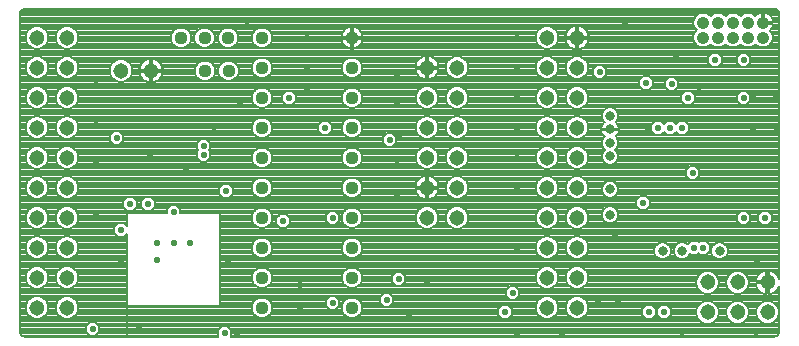
<source format=gbr>
G75*
G70*
%OFA0B0*%
%FSLAX24Y24*%
%IPPOS*%
%LPD*%
%AMOC8*
5,1,8,0,0,1.08239X$1,22.5*
%
%ADD10C,0.0514*%
%ADD11C,0.0440*%
%ADD12C,0.0320*%
%ADD13C,0.0410*%
%ADD14C,0.0080*%
%ADD15C,0.0220*%
D10*
X009885Y010183D03*
X010885Y010183D03*
X010885Y011183D03*
X009885Y011183D03*
X009885Y012183D03*
X010885Y012183D03*
X010885Y013183D03*
X009885Y013183D03*
X009885Y014183D03*
X010885Y014183D03*
X010885Y015183D03*
X009885Y015183D03*
X009885Y016183D03*
X010885Y016183D03*
X010885Y017183D03*
X009885Y017183D03*
X009885Y018183D03*
X010885Y018183D03*
X012685Y018083D03*
X013685Y018083D03*
X010885Y019183D03*
X009885Y019183D03*
X022885Y018183D03*
X023885Y018183D03*
X023885Y017183D03*
X022885Y017183D03*
X022885Y016183D03*
X023885Y016183D03*
X023885Y015183D03*
X022885Y015183D03*
X022885Y014183D03*
X023885Y014183D03*
X023885Y013183D03*
X022885Y013183D03*
X026885Y013183D03*
X027885Y013183D03*
X027885Y012183D03*
X026885Y012183D03*
X026885Y011183D03*
X027885Y011183D03*
X027885Y010183D03*
X026885Y010183D03*
X032235Y010033D03*
X033235Y010033D03*
X034235Y010033D03*
X034235Y011033D03*
X033235Y011033D03*
X032235Y011033D03*
X027885Y014183D03*
X026885Y014183D03*
X026885Y015183D03*
X027885Y015183D03*
X027885Y016183D03*
X026885Y016183D03*
X026885Y017183D03*
X027885Y017183D03*
X027885Y018183D03*
X026885Y018183D03*
X026885Y019183D03*
X027885Y019183D03*
D11*
X020385Y019183D03*
X020385Y018183D03*
X020385Y017183D03*
X020385Y016183D03*
X020385Y015183D03*
X020385Y014183D03*
X020385Y013183D03*
X020385Y012183D03*
X020385Y011183D03*
X020385Y010183D03*
X017385Y010183D03*
X017385Y011183D03*
X017385Y012183D03*
X017385Y013183D03*
X017385Y014183D03*
X017385Y015183D03*
X017385Y016183D03*
X017385Y017183D03*
X017385Y018183D03*
X016272Y018083D03*
X015485Y018083D03*
X015472Y019183D03*
X016259Y019183D03*
X017385Y019183D03*
X014685Y019183D03*
D12*
X028985Y016583D03*
X028985Y016133D03*
X028985Y015683D03*
X028985Y015233D03*
X028985Y014133D03*
X028985Y013283D03*
X030735Y012083D03*
X031385Y012083D03*
X032635Y012083D03*
D13*
X032585Y019183D03*
X033085Y019183D03*
X033585Y019183D03*
X034085Y019183D03*
X034085Y019683D03*
X033585Y019683D03*
X033085Y019683D03*
X032585Y019683D03*
X032085Y019683D03*
X032085Y019183D03*
D14*
X009357Y009279D02*
X009339Y009308D01*
X009328Y009339D01*
X009325Y009373D01*
X009325Y019993D01*
X009328Y020026D01*
X009339Y020058D01*
X009357Y020086D01*
X009381Y020110D01*
X009409Y020128D01*
X009441Y020139D01*
X009475Y020143D01*
X034465Y020143D01*
X034498Y020139D01*
X034530Y020128D01*
X034558Y020110D01*
X034582Y020086D01*
X034600Y020058D01*
X034611Y020026D01*
X034615Y019993D01*
X034615Y011152D01*
X034586Y011221D01*
X034543Y011286D01*
X034487Y011341D01*
X034422Y011384D01*
X034350Y011414D01*
X034275Y011429D01*
X034275Y011073D01*
X034195Y011073D01*
X034195Y011429D01*
X034119Y011414D01*
X034047Y011384D01*
X033982Y011341D01*
X033926Y011286D01*
X033883Y011221D01*
X033853Y011148D01*
X033838Y011073D01*
X034195Y011073D01*
X034195Y010993D01*
X034275Y010993D01*
X034275Y010636D01*
X034350Y010651D01*
X034422Y010681D01*
X034487Y010724D01*
X034543Y010780D01*
X034586Y010845D01*
X034615Y010913D01*
X034615Y009373D01*
X034611Y009339D01*
X034600Y009308D01*
X034582Y009279D01*
X034558Y009255D01*
X034530Y009238D01*
X034498Y009226D01*
X034465Y009223D01*
X016350Y009223D01*
X016365Y009237D01*
X016365Y009428D01*
X016230Y009563D01*
X016039Y009563D01*
X015905Y009428D01*
X015905Y009237D01*
X015919Y009223D01*
X012895Y009223D01*
X012895Y010233D01*
X015985Y010233D01*
X015985Y013333D01*
X014665Y013333D01*
X014665Y013478D01*
X014530Y013613D01*
X014339Y013613D01*
X014205Y013478D01*
X014205Y013333D01*
X012885Y013333D01*
X012885Y012908D01*
X012780Y013013D01*
X012589Y013013D01*
X012455Y012878D01*
X012455Y012687D01*
X012589Y012553D01*
X012780Y012553D01*
X012885Y012657D01*
X012885Y009223D01*
X009475Y009223D01*
X009441Y009226D01*
X009409Y009238D01*
X009381Y009255D01*
X009357Y009279D01*
X009384Y009254D02*
X011638Y009254D01*
X011639Y009253D02*
X011830Y009253D01*
X011965Y009387D01*
X011965Y009578D01*
X011830Y009713D01*
X011639Y009713D01*
X011505Y009578D01*
X011505Y009387D01*
X011639Y009253D01*
X011560Y009332D02*
X009331Y009332D01*
X009325Y009411D02*
X011505Y009411D01*
X011505Y009489D02*
X009325Y009489D01*
X009325Y009568D02*
X011505Y009568D01*
X011573Y009646D02*
X009325Y009646D01*
X009325Y009725D02*
X012885Y009725D01*
X012895Y009725D02*
X032010Y009725D01*
X032021Y009713D02*
X032160Y009656D01*
X032309Y009656D01*
X032448Y009713D01*
X032554Y009819D01*
X032611Y009958D01*
X032611Y010108D01*
X032554Y010246D01*
X032448Y010352D01*
X032309Y010410D01*
X032160Y010410D01*
X032021Y010352D01*
X031915Y010246D01*
X031858Y010108D01*
X031858Y009958D01*
X031915Y009819D01*
X032021Y009713D01*
X031931Y009803D02*
X030880Y009803D01*
X031015Y009937D01*
X031015Y010128D01*
X030880Y010263D01*
X030689Y010263D01*
X030555Y010128D01*
X030555Y009937D01*
X030689Y009803D01*
X030380Y009803D01*
X030515Y009937D01*
X030515Y010128D01*
X030380Y010263D01*
X030189Y010263D01*
X030055Y010128D01*
X030055Y009937D01*
X030189Y009803D01*
X025580Y009803D01*
X025715Y009937D01*
X025715Y010128D01*
X025580Y010263D01*
X025389Y010263D01*
X025255Y010128D01*
X025255Y009937D01*
X025389Y009803D01*
X012895Y009803D01*
X012885Y009803D02*
X009325Y009803D01*
X009325Y009882D02*
X009653Y009882D01*
X009671Y009863D02*
X009810Y009806D01*
X009959Y009806D01*
X010098Y009863D01*
X010204Y009969D01*
X010261Y010108D01*
X010261Y010258D01*
X010204Y010396D01*
X010098Y010502D01*
X009959Y010560D01*
X009810Y010560D01*
X009671Y010502D01*
X009565Y010396D01*
X009508Y010258D01*
X009508Y010108D01*
X009565Y009969D01*
X009671Y009863D01*
X009574Y009960D02*
X009325Y009960D01*
X009325Y010039D02*
X009536Y010039D01*
X009508Y010117D02*
X009325Y010117D01*
X009325Y010196D02*
X009508Y010196D01*
X009515Y010274D02*
X009325Y010274D01*
X009325Y010353D02*
X009547Y010353D01*
X009600Y010431D02*
X009325Y010431D01*
X009325Y010510D02*
X009689Y010510D01*
X009810Y010806D02*
X009959Y010806D01*
X010098Y010863D01*
X010204Y010969D01*
X010261Y011108D01*
X010261Y011258D01*
X010204Y011396D01*
X010098Y011502D01*
X009959Y011560D01*
X009810Y011560D01*
X009671Y011502D01*
X009565Y011396D01*
X009508Y011258D01*
X009508Y011108D01*
X009565Y010969D01*
X009671Y010863D01*
X009810Y010806D01*
X009766Y010824D02*
X009325Y010824D01*
X009325Y010902D02*
X009632Y010902D01*
X009560Y010981D02*
X009325Y010981D01*
X009325Y011059D02*
X009528Y011059D01*
X009508Y011138D02*
X009325Y011138D01*
X009325Y011216D02*
X009508Y011216D01*
X009523Y011295D02*
X009325Y011295D01*
X009325Y011373D02*
X009556Y011373D01*
X009621Y011452D02*
X009325Y011452D01*
X009325Y011530D02*
X009739Y011530D01*
X009810Y011806D02*
X009959Y011806D01*
X010098Y011863D01*
X010204Y011969D01*
X010261Y012108D01*
X010261Y012258D01*
X010204Y012396D01*
X010098Y012502D01*
X009959Y012560D01*
X009810Y012560D01*
X009671Y012502D01*
X009565Y012396D01*
X009508Y012258D01*
X009508Y012108D01*
X009565Y011969D01*
X009671Y011863D01*
X009810Y011806D01*
X009717Y011844D02*
X009325Y011844D01*
X009325Y011766D02*
X012885Y011766D01*
X012885Y011844D02*
X011052Y011844D01*
X011098Y011863D02*
X011204Y011969D01*
X011261Y012108D01*
X011261Y012258D01*
X011204Y012396D01*
X011098Y012502D01*
X010959Y012560D01*
X010810Y012560D01*
X010671Y012502D01*
X010565Y012396D01*
X010508Y012258D01*
X010508Y012108D01*
X010565Y011969D01*
X010671Y011863D01*
X010810Y011806D01*
X010959Y011806D01*
X011098Y011863D01*
X011157Y011923D02*
X012885Y011923D01*
X012885Y012001D02*
X011217Y012001D01*
X011250Y012080D02*
X012885Y012080D01*
X012885Y012158D02*
X011261Y012158D01*
X011261Y012237D02*
X012885Y012237D01*
X012885Y012315D02*
X011238Y012315D01*
X011205Y012394D02*
X012885Y012394D01*
X012885Y012472D02*
X011128Y012472D01*
X010981Y012551D02*
X012885Y012551D01*
X012885Y012629D02*
X012856Y012629D01*
X012849Y012943D02*
X012885Y012943D01*
X012885Y013022D02*
X011226Y013022D01*
X011204Y012969D02*
X011261Y013108D01*
X011261Y013258D01*
X011204Y013396D01*
X011098Y013502D01*
X010959Y013560D01*
X010810Y013560D01*
X010671Y013502D01*
X010565Y013396D01*
X010508Y013258D01*
X010508Y013108D01*
X010565Y012969D01*
X010671Y012863D01*
X010810Y012806D01*
X010959Y012806D01*
X011098Y012863D01*
X011204Y012969D01*
X011178Y012943D02*
X012520Y012943D01*
X012455Y012865D02*
X011099Y012865D01*
X011258Y013100D02*
X012885Y013100D01*
X012885Y013179D02*
X011261Y013179D01*
X011261Y013257D02*
X012885Y013257D01*
X012889Y013403D02*
X013080Y013403D01*
X013215Y013537D01*
X013215Y013728D01*
X013080Y013863D01*
X012889Y013863D01*
X012755Y013728D01*
X009325Y013728D01*
X009325Y013650D02*
X012755Y013650D01*
X012755Y013728D02*
X012755Y013537D01*
X012889Y013403D01*
X012878Y013414D02*
X011186Y013414D01*
X011229Y013336D02*
X014205Y013336D01*
X014205Y013414D02*
X013691Y013414D01*
X013680Y013403D02*
X013815Y013537D01*
X013815Y013728D01*
X013680Y013863D01*
X013489Y013863D01*
X013355Y013728D01*
X013214Y013728D01*
X013215Y013650D02*
X013355Y013650D01*
X013355Y013728D02*
X013355Y013537D01*
X013489Y013403D01*
X013680Y013403D01*
X013770Y013493D02*
X014219Y013493D01*
X014298Y013571D02*
X013815Y013571D01*
X013815Y013650D02*
X029855Y013650D01*
X029855Y013587D02*
X029989Y013453D01*
X030180Y013453D01*
X030315Y013587D01*
X030315Y013778D01*
X030180Y013913D01*
X029989Y013913D01*
X029855Y013778D01*
X029855Y013587D01*
X029871Y013571D02*
X014571Y013571D01*
X014650Y013493D02*
X017245Y013493D01*
X017192Y013471D02*
X017096Y013375D01*
X017045Y013250D01*
X017045Y013115D01*
X017096Y012990D01*
X017192Y012894D01*
X017317Y012843D01*
X017452Y012843D01*
X017577Y012894D01*
X017673Y012990D01*
X017725Y013115D01*
X017725Y013250D01*
X017673Y013375D01*
X017577Y013471D01*
X017452Y013523D01*
X017317Y013523D01*
X017192Y013471D01*
X017135Y013414D02*
X014665Y013414D01*
X014665Y013336D02*
X017080Y013336D01*
X017047Y013257D02*
X015985Y013257D01*
X015985Y013179D02*
X017045Y013179D01*
X017051Y013100D02*
X015985Y013100D01*
X015985Y013022D02*
X017083Y013022D01*
X017143Y012943D02*
X015985Y012943D01*
X015985Y012865D02*
X017264Y012865D01*
X017505Y012865D02*
X017977Y012865D01*
X017989Y012853D02*
X018180Y012853D01*
X018315Y012987D01*
X018315Y013178D01*
X018180Y013313D01*
X017989Y013313D01*
X017855Y013178D01*
X017855Y012987D01*
X017989Y012853D01*
X017899Y012943D02*
X017626Y012943D01*
X017686Y013022D02*
X017855Y013022D01*
X017855Y013100D02*
X017718Y013100D01*
X017725Y013179D02*
X017855Y013179D01*
X017934Y013257D02*
X017722Y013257D01*
X017689Y013336D02*
X019562Y013336D01*
X019505Y013278D02*
X019505Y013087D01*
X019639Y012953D01*
X019830Y012953D01*
X019965Y013087D01*
X019965Y013278D01*
X019830Y013413D01*
X019639Y013413D01*
X019505Y013278D01*
X019505Y013257D02*
X018235Y013257D01*
X018314Y013179D02*
X019505Y013179D01*
X019505Y013100D02*
X018315Y013100D01*
X018315Y013022D02*
X019570Y013022D01*
X019899Y013022D02*
X020083Y013022D01*
X020096Y012990D02*
X020192Y012894D01*
X020317Y012843D01*
X020452Y012843D01*
X020577Y012894D01*
X020673Y012990D01*
X020725Y013115D01*
X020725Y013250D01*
X020673Y013375D01*
X020577Y013471D01*
X020452Y013523D01*
X020317Y013523D01*
X020192Y013471D01*
X020096Y013375D01*
X020045Y013250D01*
X020045Y013115D01*
X020096Y012990D01*
X020143Y012943D02*
X018270Y012943D01*
X018192Y012865D02*
X020264Y012865D01*
X020505Y012865D02*
X022670Y012865D01*
X022671Y012863D02*
X022810Y012806D01*
X022959Y012806D01*
X023098Y012863D01*
X023204Y012969D01*
X023261Y013108D01*
X023261Y013258D01*
X023204Y013396D01*
X023098Y013502D01*
X022959Y013560D01*
X022810Y013560D01*
X022671Y013502D01*
X022565Y013396D01*
X022508Y013258D01*
X022508Y013108D01*
X022565Y012969D01*
X022671Y012863D01*
X022591Y012943D02*
X020626Y012943D01*
X020686Y013022D02*
X022543Y013022D01*
X022511Y013100D02*
X020718Y013100D01*
X020725Y013179D02*
X022508Y013179D01*
X022508Y013257D02*
X020722Y013257D01*
X020689Y013336D02*
X022540Y013336D01*
X022583Y013414D02*
X020634Y013414D01*
X020525Y013493D02*
X022662Y013493D01*
X022769Y013801D02*
X022845Y013786D01*
X022845Y014143D01*
X022925Y014143D01*
X022925Y014223D01*
X023281Y014223D01*
X023266Y014298D01*
X023236Y014371D01*
X023193Y014436D01*
X023137Y014491D01*
X023072Y014534D01*
X023000Y014564D01*
X022925Y014579D01*
X022925Y014223D01*
X022845Y014223D01*
X022845Y014579D01*
X022769Y014564D01*
X022697Y014534D01*
X022632Y014491D01*
X022576Y014436D01*
X022533Y014371D01*
X022503Y014298D01*
X022488Y014223D01*
X022845Y014223D01*
X022845Y014143D01*
X022488Y014143D01*
X022503Y014067D01*
X022533Y013995D01*
X022576Y013930D01*
X022632Y013874D01*
X022697Y013831D01*
X022769Y013801D01*
X022755Y013807D02*
X013736Y013807D01*
X013814Y013728D02*
X029855Y013728D01*
X029883Y013807D02*
X027962Y013807D01*
X027959Y013806D02*
X028098Y013863D01*
X028204Y013969D01*
X028261Y014108D01*
X028261Y014258D01*
X028204Y014396D01*
X028098Y014502D01*
X027959Y014560D01*
X027810Y014560D01*
X027671Y014502D01*
X027565Y014396D01*
X027508Y014258D01*
X027508Y014108D01*
X027565Y013969D01*
X027671Y013863D01*
X027810Y013806D01*
X027959Y013806D01*
X027807Y013807D02*
X026962Y013807D01*
X026959Y013806D02*
X027098Y013863D01*
X027204Y013969D01*
X027261Y014108D01*
X027261Y014258D01*
X027204Y014396D01*
X027098Y014502D01*
X026959Y014560D01*
X026810Y014560D01*
X026671Y014502D01*
X026565Y014396D01*
X026508Y014258D01*
X026508Y014108D01*
X026565Y013969D01*
X026671Y013863D01*
X026810Y013806D01*
X026959Y013806D01*
X026807Y013807D02*
X023962Y013807D01*
X023959Y013806D02*
X024098Y013863D01*
X024204Y013969D01*
X024261Y014108D01*
X024261Y014258D01*
X024204Y014396D01*
X024098Y014502D01*
X023959Y014560D01*
X023810Y014560D01*
X023671Y014502D01*
X023565Y014396D01*
X023508Y014258D01*
X023508Y014108D01*
X023565Y013969D01*
X023671Y013863D01*
X023810Y013806D01*
X023959Y013806D01*
X023807Y013807D02*
X023014Y013807D01*
X023000Y013801D02*
X023072Y013831D01*
X023137Y013874D01*
X023193Y013930D01*
X023236Y013995D01*
X023266Y014067D01*
X023281Y014143D01*
X022925Y014143D01*
X022925Y013786D01*
X023000Y013801D01*
X022925Y013807D02*
X022845Y013807D01*
X022845Y013885D02*
X022925Y013885D01*
X022925Y013964D02*
X022845Y013964D01*
X022845Y014042D02*
X022925Y014042D01*
X022925Y014121D02*
X022845Y014121D01*
X022845Y014199D02*
X020725Y014199D01*
X020725Y014250D02*
X020673Y014375D01*
X020577Y014471D01*
X020452Y014523D01*
X020317Y014523D01*
X020192Y014471D01*
X020096Y014375D01*
X020045Y014250D01*
X020045Y014115D01*
X020096Y013990D01*
X020192Y013894D01*
X020317Y013843D01*
X020452Y013843D01*
X020577Y013894D01*
X020673Y013990D01*
X020725Y014115D01*
X020725Y014250D01*
X020713Y014278D02*
X022499Y014278D01*
X022527Y014356D02*
X020681Y014356D01*
X020613Y014435D02*
X022576Y014435D01*
X022665Y014513D02*
X020475Y014513D01*
X020294Y014513D02*
X017475Y014513D01*
X017452Y014523D02*
X017317Y014523D01*
X017192Y014471D01*
X017096Y014375D01*
X017045Y014250D01*
X017045Y014115D01*
X017096Y013990D01*
X017192Y013894D01*
X017317Y013843D01*
X017452Y013843D01*
X017577Y013894D01*
X017673Y013990D01*
X017725Y014115D01*
X017725Y014250D01*
X017673Y014375D01*
X017577Y014471D01*
X017452Y014523D01*
X017294Y014513D02*
X011071Y014513D01*
X011098Y014502D02*
X010959Y014560D01*
X010810Y014560D01*
X010671Y014502D01*
X010565Y014396D01*
X010508Y014258D01*
X010508Y014108D01*
X010565Y013969D01*
X010671Y013863D01*
X010810Y013806D01*
X010959Y013806D01*
X011098Y013863D01*
X011204Y013969D01*
X011261Y014108D01*
X011261Y014258D01*
X011204Y014396D01*
X011098Y014502D01*
X011165Y014435D02*
X017156Y014435D01*
X017088Y014356D02*
X011221Y014356D01*
X011253Y014278D02*
X016054Y014278D01*
X016089Y014313D02*
X015955Y014178D01*
X015955Y013987D01*
X016089Y013853D01*
X016280Y013853D01*
X016415Y013987D01*
X016415Y014178D01*
X016280Y014313D01*
X016089Y014313D01*
X015976Y014199D02*
X011261Y014199D01*
X011261Y014121D02*
X015955Y014121D01*
X015955Y014042D02*
X011234Y014042D01*
X011198Y013964D02*
X015978Y013964D01*
X016057Y013885D02*
X011120Y013885D01*
X010962Y013807D02*
X012833Y013807D01*
X012755Y013571D02*
X009325Y013571D01*
X009325Y013493D02*
X009662Y013493D01*
X009671Y013502D02*
X009565Y013396D01*
X009508Y013258D01*
X009508Y013108D01*
X009565Y012969D01*
X009671Y012863D01*
X009810Y012806D01*
X009959Y012806D01*
X010098Y012863D01*
X010204Y012969D01*
X010261Y013108D01*
X010261Y013258D01*
X010204Y013396D01*
X010098Y013502D01*
X009959Y013560D01*
X009810Y013560D01*
X009671Y013502D01*
X009583Y013414D02*
X009325Y013414D01*
X009325Y013336D02*
X009540Y013336D01*
X009508Y013257D02*
X009325Y013257D01*
X009325Y013179D02*
X009508Y013179D01*
X009511Y013100D02*
X009325Y013100D01*
X009325Y013022D02*
X009543Y013022D01*
X009591Y012943D02*
X009325Y012943D01*
X009325Y012865D02*
X009670Y012865D01*
X009325Y012786D02*
X012455Y012786D01*
X012455Y012708D02*
X009325Y012708D01*
X009325Y012629D02*
X012513Y012629D01*
X013091Y013414D02*
X013478Y013414D01*
X013399Y013493D02*
X013170Y013493D01*
X013215Y013571D02*
X013355Y013571D01*
X013433Y013807D02*
X013136Y013807D01*
X012799Y013493D02*
X011107Y013493D01*
X010807Y013807D02*
X009962Y013807D01*
X009959Y013806D02*
X010098Y013863D01*
X010204Y013969D01*
X010261Y014108D01*
X010261Y014258D01*
X010204Y014396D01*
X010098Y014502D01*
X009959Y014560D01*
X009810Y014560D01*
X009671Y014502D01*
X009565Y014396D01*
X009508Y014258D01*
X009508Y014108D01*
X009565Y013969D01*
X009671Y013863D01*
X009810Y013806D01*
X009959Y013806D01*
X009807Y013807D02*
X009325Y013807D01*
X009325Y013885D02*
X009649Y013885D01*
X009571Y013964D02*
X009325Y013964D01*
X009325Y014042D02*
X009535Y014042D01*
X009508Y014121D02*
X009325Y014121D01*
X009325Y014199D02*
X009508Y014199D01*
X009516Y014278D02*
X009325Y014278D01*
X009325Y014356D02*
X009548Y014356D01*
X009604Y014435D02*
X009325Y014435D01*
X009325Y014513D02*
X009698Y014513D01*
X010071Y014513D02*
X010698Y014513D01*
X010604Y014435D02*
X010165Y014435D01*
X010221Y014356D02*
X010548Y014356D01*
X010516Y014278D02*
X010253Y014278D01*
X010261Y014199D02*
X010508Y014199D01*
X010508Y014121D02*
X010261Y014121D01*
X010234Y014042D02*
X010535Y014042D01*
X010571Y013964D02*
X010198Y013964D01*
X010120Y013885D02*
X010649Y013885D01*
X010662Y013493D02*
X010107Y013493D01*
X010186Y013414D02*
X010583Y013414D01*
X010540Y013336D02*
X010229Y013336D01*
X010261Y013257D02*
X010508Y013257D01*
X010508Y013179D02*
X010261Y013179D01*
X010258Y013100D02*
X010511Y013100D01*
X010543Y013022D02*
X010226Y013022D01*
X010178Y012943D02*
X010591Y012943D01*
X010670Y012865D02*
X010099Y012865D01*
X009981Y012551D02*
X010788Y012551D01*
X010641Y012472D02*
X010128Y012472D01*
X010205Y012394D02*
X010564Y012394D01*
X010532Y012315D02*
X010238Y012315D01*
X010261Y012237D02*
X010508Y012237D01*
X010508Y012158D02*
X010261Y012158D01*
X010250Y012080D02*
X010519Y012080D01*
X010552Y012001D02*
X010217Y012001D01*
X010157Y011923D02*
X010612Y011923D01*
X010717Y011844D02*
X010052Y011844D01*
X010030Y011530D02*
X010739Y011530D01*
X010671Y011502D02*
X010565Y011396D01*
X010508Y011258D01*
X010508Y011108D01*
X010565Y010969D01*
X010671Y010863D01*
X010810Y010806D01*
X010959Y010806D01*
X011098Y010863D01*
X011204Y010969D01*
X011261Y011108D01*
X011261Y011258D01*
X011204Y011396D01*
X011098Y011502D01*
X010959Y011560D01*
X010810Y011560D01*
X010671Y011502D01*
X010621Y011452D02*
X010148Y011452D01*
X010214Y011373D02*
X010556Y011373D01*
X010523Y011295D02*
X010246Y011295D01*
X010261Y011216D02*
X010508Y011216D01*
X010508Y011138D02*
X010261Y011138D01*
X010241Y011059D02*
X010528Y011059D01*
X010560Y010981D02*
X010209Y010981D01*
X010137Y010902D02*
X010632Y010902D01*
X010766Y010824D02*
X010003Y010824D01*
X010080Y010510D02*
X010689Y010510D01*
X010671Y010502D02*
X010565Y010396D01*
X010508Y010258D01*
X010508Y010108D01*
X010565Y009969D01*
X010671Y009863D01*
X010810Y009806D01*
X010959Y009806D01*
X011098Y009863D01*
X011204Y009969D01*
X011261Y010108D01*
X011261Y010258D01*
X011204Y010396D01*
X011098Y010502D01*
X010959Y010560D01*
X010810Y010560D01*
X010671Y010502D01*
X010600Y010431D02*
X010169Y010431D01*
X010222Y010353D02*
X010547Y010353D01*
X010515Y010274D02*
X010255Y010274D01*
X010261Y010196D02*
X010508Y010196D01*
X010508Y010117D02*
X010261Y010117D01*
X010233Y010039D02*
X010536Y010039D01*
X010574Y009960D02*
X010195Y009960D01*
X010116Y009882D02*
X010653Y009882D01*
X011116Y009882D02*
X012885Y009882D01*
X012895Y009882D02*
X017223Y009882D01*
X017192Y009894D02*
X017317Y009843D01*
X017452Y009843D01*
X017577Y009894D01*
X017673Y009990D01*
X017725Y010115D01*
X017725Y010250D01*
X017673Y010375D01*
X017577Y010471D01*
X017452Y010523D01*
X017317Y010523D01*
X017192Y010471D01*
X017096Y010375D01*
X017045Y010250D01*
X017045Y010115D01*
X017096Y009990D01*
X017192Y009894D01*
X017126Y009960D02*
X012895Y009960D01*
X012885Y009960D02*
X011195Y009960D01*
X011233Y010039D02*
X012885Y010039D01*
X012895Y010039D02*
X017076Y010039D01*
X017045Y010117D02*
X012895Y010117D01*
X012885Y010117D02*
X011261Y010117D01*
X011261Y010196D02*
X012885Y010196D01*
X012895Y010196D02*
X017045Y010196D01*
X017054Y010274D02*
X015985Y010274D01*
X015985Y010353D02*
X017087Y010353D01*
X017152Y010431D02*
X015985Y010431D01*
X015985Y010510D02*
X017286Y010510D01*
X017484Y010510D02*
X019586Y010510D01*
X019639Y010563D02*
X019505Y010428D01*
X019505Y010237D01*
X019639Y010103D01*
X019830Y010103D01*
X019965Y010237D01*
X019965Y010428D01*
X019830Y010563D01*
X019639Y010563D01*
X019508Y010431D02*
X017617Y010431D01*
X017682Y010353D02*
X019505Y010353D01*
X019505Y010274D02*
X017715Y010274D01*
X017725Y010196D02*
X019546Y010196D01*
X019625Y010117D02*
X017725Y010117D01*
X017693Y010039D02*
X020076Y010039D01*
X020096Y009990D02*
X020192Y009894D01*
X020317Y009843D01*
X020452Y009843D01*
X020577Y009894D01*
X020673Y009990D01*
X020725Y010115D01*
X020725Y010250D01*
X020673Y010375D01*
X020577Y010471D01*
X020452Y010523D01*
X020317Y010523D01*
X020192Y010471D01*
X020096Y010375D01*
X020045Y010250D01*
X020045Y010115D01*
X020096Y009990D01*
X020126Y009960D02*
X017643Y009960D01*
X017546Y009882D02*
X020223Y009882D01*
X020045Y010117D02*
X019844Y010117D01*
X019923Y010196D02*
X020045Y010196D01*
X020054Y010274D02*
X019965Y010274D01*
X019965Y010353D02*
X020087Y010353D01*
X020152Y010431D02*
X019961Y010431D01*
X019883Y010510D02*
X020286Y010510D01*
X020484Y010510D02*
X021305Y010510D01*
X021305Y010528D02*
X021305Y010337D01*
X021439Y010203D01*
X021630Y010203D01*
X021765Y010337D01*
X021765Y010528D01*
X021630Y010663D01*
X021439Y010663D01*
X021305Y010528D01*
X021365Y010588D02*
X015985Y010588D01*
X015985Y010667D02*
X025505Y010667D01*
X025505Y010745D02*
X015985Y010745D01*
X015985Y010824D02*
X025550Y010824D01*
X025505Y010778D02*
X025505Y010587D01*
X025639Y010453D01*
X025830Y010453D01*
X025965Y010587D01*
X025965Y010778D01*
X025830Y010913D01*
X025639Y010913D01*
X025505Y010778D01*
X025629Y010902D02*
X020585Y010902D01*
X020577Y010894D02*
X020673Y010990D01*
X020725Y011115D01*
X020725Y011250D01*
X020673Y011375D01*
X020577Y011471D01*
X020452Y011523D01*
X020317Y011523D01*
X020192Y011471D01*
X020096Y011375D01*
X020045Y011250D01*
X020045Y011115D01*
X020096Y010990D01*
X020192Y010894D01*
X020317Y010843D01*
X020452Y010843D01*
X020577Y010894D01*
X020663Y010981D02*
X021761Y010981D01*
X021705Y011037D02*
X021839Y010903D01*
X022030Y010903D01*
X022165Y011037D01*
X022165Y011228D01*
X022030Y011363D01*
X021839Y011363D01*
X021705Y011228D01*
X021705Y011037D01*
X021705Y011059D02*
X020701Y011059D01*
X020725Y011138D02*
X021705Y011138D01*
X021705Y011216D02*
X020725Y011216D01*
X020706Y011295D02*
X021771Y011295D01*
X022098Y011295D02*
X026523Y011295D01*
X026508Y011258D02*
X026565Y011396D01*
X026671Y011502D01*
X026810Y011560D01*
X026959Y011560D01*
X027098Y011502D01*
X027204Y011396D01*
X027261Y011258D01*
X027261Y011108D01*
X027204Y010969D01*
X027098Y010863D01*
X026959Y010806D01*
X026810Y010806D01*
X026671Y010863D01*
X026565Y010969D01*
X026508Y011108D01*
X026508Y011258D01*
X026508Y011216D02*
X022165Y011216D01*
X022165Y011138D02*
X026508Y011138D01*
X026528Y011059D02*
X022165Y011059D01*
X022108Y010981D02*
X026560Y010981D01*
X026632Y010902D02*
X025840Y010902D01*
X025919Y010824D02*
X026766Y010824D01*
X027003Y010824D02*
X027766Y010824D01*
X027810Y010806D02*
X027959Y010806D01*
X028098Y010863D01*
X028204Y010969D01*
X028261Y011108D01*
X028261Y011258D01*
X028204Y011396D01*
X028098Y011502D01*
X027959Y011560D01*
X027810Y011560D01*
X027671Y011502D01*
X027565Y011396D01*
X027508Y011258D01*
X027508Y011108D01*
X027565Y010969D01*
X027671Y010863D01*
X027810Y010806D01*
X028003Y010824D02*
X031913Y010824D01*
X031915Y010819D02*
X032021Y010713D01*
X032160Y010656D01*
X032309Y010656D01*
X032448Y010713D01*
X032554Y010819D01*
X032611Y010958D01*
X032611Y011108D01*
X032554Y011246D01*
X032448Y011352D01*
X032309Y011410D01*
X032160Y011410D01*
X032021Y011352D01*
X031915Y011246D01*
X031858Y011108D01*
X031858Y010958D01*
X031915Y010819D01*
X031881Y010902D02*
X028137Y010902D01*
X028209Y010981D02*
X031858Y010981D01*
X031858Y011059D02*
X028241Y011059D01*
X028261Y011138D02*
X031870Y011138D01*
X031903Y011216D02*
X028261Y011216D01*
X028246Y011295D02*
X031964Y011295D01*
X032072Y011373D02*
X028214Y011373D01*
X028148Y011452D02*
X034615Y011452D01*
X034615Y011530D02*
X028030Y011530D01*
X027959Y011806D02*
X028098Y011863D01*
X028204Y011969D01*
X028261Y012108D01*
X028261Y012258D01*
X028204Y012396D01*
X028098Y012502D01*
X027959Y012560D01*
X027810Y012560D01*
X027671Y012502D01*
X027565Y012396D01*
X027508Y012258D01*
X027508Y012108D01*
X027565Y011969D01*
X027671Y011863D01*
X027810Y011806D01*
X027959Y011806D01*
X028052Y011844D02*
X030579Y011844D01*
X030576Y011845D02*
X030679Y011803D01*
X030790Y011803D01*
X030893Y011845D01*
X030972Y011924D01*
X031015Y012027D01*
X031015Y012138D01*
X030972Y012241D01*
X030893Y012320D01*
X030790Y012363D01*
X030679Y012363D01*
X030576Y012320D01*
X030497Y012241D01*
X030455Y012138D01*
X030455Y012027D01*
X030497Y011924D01*
X030576Y011845D01*
X030499Y011923D02*
X028157Y011923D01*
X028217Y012001D02*
X030465Y012001D01*
X030455Y012080D02*
X028250Y012080D01*
X028261Y012158D02*
X030463Y012158D01*
X030495Y012237D02*
X028261Y012237D01*
X028238Y012315D02*
X030571Y012315D01*
X030898Y012315D02*
X031221Y012315D01*
X031226Y012320D02*
X031147Y012241D01*
X031105Y012138D01*
X031105Y012027D01*
X031147Y011924D01*
X031226Y011845D01*
X031329Y011803D01*
X031440Y011803D01*
X031543Y011845D01*
X031622Y011924D01*
X031650Y011992D01*
X031689Y011953D01*
X031880Y011953D01*
X031935Y012007D01*
X031989Y011953D01*
X032180Y011953D01*
X032315Y012087D01*
X032315Y012278D01*
X032180Y012413D01*
X031989Y012413D01*
X031935Y012358D01*
X031880Y012413D01*
X031689Y012413D01*
X031570Y012293D01*
X031543Y012320D01*
X031440Y012363D01*
X031329Y012363D01*
X031226Y012320D01*
X031145Y012237D02*
X030974Y012237D01*
X031006Y012158D02*
X031113Y012158D01*
X031105Y012080D02*
X031015Y012080D01*
X031004Y012001D02*
X031115Y012001D01*
X031149Y011923D02*
X030971Y011923D01*
X030890Y011844D02*
X031229Y011844D01*
X031540Y011844D02*
X032479Y011844D01*
X032476Y011845D02*
X032579Y011803D01*
X032690Y011803D01*
X032793Y011845D01*
X032872Y011924D01*
X032915Y012027D01*
X032915Y012138D01*
X032872Y012241D01*
X032793Y012320D01*
X032690Y012363D01*
X032579Y012363D01*
X032476Y012320D01*
X032397Y012241D01*
X032355Y012138D01*
X032355Y012027D01*
X032397Y011924D01*
X032476Y011845D01*
X032399Y011923D02*
X031621Y011923D01*
X031928Y012001D02*
X031941Y012001D01*
X032228Y012001D02*
X032365Y012001D01*
X032355Y012080D02*
X032307Y012080D01*
X032315Y012158D02*
X032363Y012158D01*
X032395Y012237D02*
X032315Y012237D01*
X032277Y012315D02*
X032471Y012315D01*
X032199Y012394D02*
X034615Y012394D01*
X034615Y012472D02*
X028128Y012472D01*
X028205Y012394D02*
X031670Y012394D01*
X031592Y012315D02*
X031548Y012315D01*
X031899Y012394D02*
X031970Y012394D01*
X032798Y012315D02*
X034615Y012315D01*
X034615Y012237D02*
X032874Y012237D01*
X032906Y012158D02*
X034615Y012158D01*
X034615Y012080D02*
X032915Y012080D01*
X032904Y012001D02*
X034615Y012001D01*
X034615Y011923D02*
X032871Y011923D01*
X032790Y011844D02*
X034615Y011844D01*
X034615Y011766D02*
X015985Y011766D01*
X015985Y011844D02*
X017313Y011844D01*
X017317Y011843D02*
X017452Y011843D01*
X017577Y011894D01*
X017673Y011990D01*
X017725Y012115D01*
X017725Y012250D01*
X017673Y012375D01*
X017577Y012471D01*
X017452Y012523D01*
X017317Y012523D01*
X017192Y012471D01*
X017096Y012375D01*
X017045Y012250D01*
X017045Y012115D01*
X017096Y011990D01*
X017192Y011894D01*
X017317Y011843D01*
X017456Y011844D02*
X020313Y011844D01*
X020317Y011843D02*
X020452Y011843D01*
X020577Y011894D01*
X020673Y011990D01*
X020725Y012115D01*
X020725Y012250D01*
X020673Y012375D01*
X020577Y012471D01*
X020452Y012523D01*
X020317Y012523D01*
X020192Y012471D01*
X020096Y012375D01*
X020045Y012250D01*
X020045Y012115D01*
X020096Y011990D01*
X020192Y011894D01*
X020317Y011843D01*
X020456Y011844D02*
X026717Y011844D01*
X026671Y011863D02*
X026810Y011806D01*
X026959Y011806D01*
X027098Y011863D01*
X027204Y011969D01*
X027261Y012108D01*
X027261Y012258D01*
X027204Y012396D01*
X027098Y012502D01*
X026959Y012560D01*
X026810Y012560D01*
X026671Y012502D01*
X026565Y012396D01*
X026508Y012258D01*
X026508Y012108D01*
X026565Y011969D01*
X026671Y011863D01*
X026612Y011923D02*
X020605Y011923D01*
X020677Y012001D02*
X026552Y012001D01*
X026519Y012080D02*
X020710Y012080D01*
X020725Y012158D02*
X026508Y012158D01*
X026508Y012237D02*
X020725Y012237D01*
X020698Y012315D02*
X026532Y012315D01*
X026564Y012394D02*
X020654Y012394D01*
X020574Y012472D02*
X026641Y012472D01*
X026788Y012551D02*
X015985Y012551D01*
X015985Y012629D02*
X034615Y012629D01*
X034615Y012551D02*
X027981Y012551D01*
X027788Y012551D02*
X026981Y012551D01*
X027128Y012472D02*
X027641Y012472D01*
X027564Y012394D02*
X027205Y012394D01*
X027238Y012315D02*
X027532Y012315D01*
X027508Y012237D02*
X027261Y012237D01*
X027261Y012158D02*
X027508Y012158D01*
X027519Y012080D02*
X027250Y012080D01*
X027217Y012001D02*
X027552Y012001D01*
X027612Y011923D02*
X027157Y011923D01*
X027052Y011844D02*
X027717Y011844D01*
X027739Y011530D02*
X027030Y011530D01*
X027148Y011452D02*
X027621Y011452D01*
X027556Y011373D02*
X027214Y011373D01*
X027246Y011295D02*
X027523Y011295D01*
X027508Y011216D02*
X027261Y011216D01*
X027261Y011138D02*
X027508Y011138D01*
X027528Y011059D02*
X027241Y011059D01*
X027209Y010981D02*
X027560Y010981D01*
X027632Y010902D02*
X027137Y010902D01*
X026959Y010560D02*
X026810Y010560D01*
X026671Y010502D01*
X026565Y010396D01*
X026508Y010258D01*
X026508Y010108D01*
X026565Y009969D01*
X026671Y009863D01*
X026810Y009806D01*
X026959Y009806D01*
X027098Y009863D01*
X027204Y009969D01*
X027261Y010108D01*
X027261Y010258D01*
X027204Y010396D01*
X027098Y010502D01*
X026959Y010560D01*
X027080Y010510D02*
X027689Y010510D01*
X027671Y010502D02*
X027565Y010396D01*
X027508Y010258D01*
X027508Y010108D01*
X027565Y009969D01*
X027671Y009863D01*
X027810Y009806D01*
X027959Y009806D01*
X028098Y009863D01*
X028204Y009969D01*
X028261Y010108D01*
X028261Y010258D01*
X028204Y010396D01*
X028098Y010502D01*
X027959Y010560D01*
X027810Y010560D01*
X027671Y010502D01*
X027600Y010431D02*
X027169Y010431D01*
X027222Y010353D02*
X027547Y010353D01*
X027515Y010274D02*
X027255Y010274D01*
X027261Y010196D02*
X027508Y010196D01*
X027508Y010117D02*
X027261Y010117D01*
X027233Y010039D02*
X027536Y010039D01*
X027574Y009960D02*
X027195Y009960D01*
X027116Y009882D02*
X027653Y009882D01*
X028116Y009882D02*
X030110Y009882D01*
X030055Y009960D02*
X028195Y009960D01*
X028233Y010039D02*
X030055Y010039D01*
X030055Y010117D02*
X028261Y010117D01*
X028261Y010196D02*
X030122Y010196D01*
X030447Y010196D02*
X030622Y010196D01*
X030555Y010117D02*
X030515Y010117D01*
X030515Y010039D02*
X030555Y010039D01*
X030555Y009960D02*
X030515Y009960D01*
X030459Y009882D02*
X030610Y009882D01*
X030689Y009803D02*
X030880Y009803D01*
X030959Y009882D02*
X031889Y009882D01*
X031858Y009960D02*
X031015Y009960D01*
X031015Y010039D02*
X031858Y010039D01*
X031862Y010117D02*
X031015Y010117D01*
X030947Y010196D02*
X031894Y010196D01*
X031943Y010274D02*
X028255Y010274D01*
X028222Y010353D02*
X032022Y010353D01*
X032447Y010353D02*
X033022Y010353D01*
X033021Y010352D02*
X032915Y010246D01*
X032858Y010108D01*
X032858Y009958D01*
X032915Y009819D01*
X033021Y009713D01*
X033160Y009656D01*
X033309Y009656D01*
X033448Y009713D01*
X033554Y009819D01*
X033611Y009958D01*
X033611Y010108D01*
X033554Y010246D01*
X033448Y010352D01*
X033309Y010410D01*
X033160Y010410D01*
X033021Y010352D01*
X032943Y010274D02*
X032526Y010274D01*
X032575Y010196D02*
X032894Y010196D01*
X032862Y010117D02*
X032607Y010117D01*
X032611Y010039D02*
X032858Y010039D01*
X032858Y009960D02*
X032611Y009960D01*
X032580Y009882D02*
X032889Y009882D01*
X032931Y009803D02*
X032538Y009803D01*
X032459Y009725D02*
X033010Y009725D01*
X033459Y009725D02*
X034010Y009725D01*
X034021Y009713D02*
X034160Y009656D01*
X034309Y009656D01*
X034448Y009713D01*
X034554Y009819D01*
X034611Y009958D01*
X034611Y010108D01*
X034554Y010246D01*
X034448Y010352D01*
X034309Y010410D01*
X034160Y010410D01*
X034021Y010352D01*
X033915Y010246D01*
X033858Y010108D01*
X033858Y009958D01*
X033915Y009819D01*
X034021Y009713D01*
X033931Y009803D02*
X033538Y009803D01*
X033580Y009882D02*
X033889Y009882D01*
X033858Y009960D02*
X033611Y009960D01*
X033611Y010039D02*
X033858Y010039D01*
X033862Y010117D02*
X033607Y010117D01*
X033575Y010196D02*
X033894Y010196D01*
X033943Y010274D02*
X033526Y010274D01*
X033447Y010353D02*
X034022Y010353D01*
X034447Y010353D02*
X034615Y010353D01*
X034615Y010431D02*
X028169Y010431D01*
X028080Y010510D02*
X034615Y010510D01*
X034615Y010588D02*
X025965Y010588D01*
X025965Y010667D02*
X032133Y010667D01*
X031989Y010745D02*
X025965Y010745D01*
X025887Y010510D02*
X026689Y010510D01*
X026600Y010431D02*
X021765Y010431D01*
X021765Y010353D02*
X026547Y010353D01*
X026515Y010274D02*
X021701Y010274D01*
X021765Y010510D02*
X025582Y010510D01*
X025505Y010588D02*
X021704Y010588D01*
X021305Y010431D02*
X020617Y010431D01*
X020682Y010353D02*
X021305Y010353D01*
X021368Y010274D02*
X020715Y010274D01*
X020725Y010196D02*
X025322Y010196D01*
X025255Y010117D02*
X020725Y010117D01*
X020693Y010039D02*
X025255Y010039D01*
X025255Y009960D02*
X020643Y009960D01*
X020546Y009882D02*
X025310Y009882D01*
X025389Y009803D02*
X025580Y009803D01*
X025659Y009882D02*
X026653Y009882D01*
X026574Y009960D02*
X025715Y009960D01*
X025715Y010039D02*
X026536Y010039D01*
X026508Y010117D02*
X025715Y010117D01*
X025647Y010196D02*
X026508Y010196D01*
X026556Y011373D02*
X020674Y011373D01*
X020596Y011452D02*
X026621Y011452D01*
X026739Y011530D02*
X015985Y011530D01*
X015985Y011452D02*
X017173Y011452D01*
X017192Y011471D02*
X017096Y011375D01*
X017045Y011250D01*
X017045Y011115D01*
X017096Y010990D01*
X017192Y010894D01*
X017317Y010843D01*
X017452Y010843D01*
X017577Y010894D01*
X017673Y010990D01*
X017725Y011115D01*
X017725Y011250D01*
X017673Y011375D01*
X017577Y011471D01*
X017452Y011523D01*
X017317Y011523D01*
X017192Y011471D01*
X017095Y011373D02*
X015985Y011373D01*
X015985Y011295D02*
X017063Y011295D01*
X017045Y011216D02*
X015985Y011216D01*
X015985Y011138D02*
X017045Y011138D01*
X017068Y011059D02*
X015985Y011059D01*
X015985Y010981D02*
X017106Y010981D01*
X017184Y010902D02*
X015985Y010902D01*
X015985Y011609D02*
X034615Y011609D01*
X034615Y011687D02*
X015985Y011687D01*
X015985Y011923D02*
X017164Y011923D01*
X017092Y012001D02*
X015985Y012001D01*
X015985Y012080D02*
X017059Y012080D01*
X017045Y012158D02*
X015985Y012158D01*
X015985Y012237D02*
X017045Y012237D01*
X017071Y012315D02*
X015985Y012315D01*
X015985Y012394D02*
X017115Y012394D01*
X017195Y012472D02*
X015985Y012472D01*
X015985Y012708D02*
X034615Y012708D01*
X034615Y012786D02*
X015985Y012786D01*
X017574Y012472D02*
X020195Y012472D01*
X020115Y012394D02*
X017654Y012394D01*
X017698Y012315D02*
X020071Y012315D01*
X020045Y012237D02*
X017725Y012237D01*
X017725Y012158D02*
X020045Y012158D01*
X020059Y012080D02*
X017710Y012080D01*
X017677Y012001D02*
X020092Y012001D01*
X020164Y011923D02*
X017605Y011923D01*
X017596Y011452D02*
X020173Y011452D01*
X020095Y011373D02*
X017674Y011373D01*
X017706Y011295D02*
X020063Y011295D01*
X020045Y011216D02*
X017725Y011216D01*
X017725Y011138D02*
X020045Y011138D01*
X020068Y011059D02*
X017701Y011059D01*
X017663Y010981D02*
X020106Y010981D01*
X020184Y010902D02*
X017585Y010902D01*
X016303Y009489D02*
X034615Y009489D01*
X034615Y009411D02*
X016365Y009411D01*
X016365Y009332D02*
X034608Y009332D01*
X034555Y009254D02*
X016365Y009254D01*
X015905Y009254D02*
X012895Y009254D01*
X012885Y009254D02*
X011831Y009254D01*
X011909Y009332D02*
X012885Y009332D01*
X012895Y009332D02*
X015905Y009332D01*
X015905Y009411D02*
X012895Y009411D01*
X012885Y009411D02*
X011965Y009411D01*
X011965Y009489D02*
X012885Y009489D01*
X012895Y009489D02*
X015966Y009489D01*
X012895Y009568D02*
X034615Y009568D01*
X034615Y009646D02*
X012895Y009646D01*
X012885Y009646D02*
X011896Y009646D01*
X011965Y009568D02*
X012885Y009568D01*
X012885Y010274D02*
X011255Y010274D01*
X011222Y010353D02*
X012885Y010353D01*
X012885Y010431D02*
X011169Y010431D01*
X011080Y010510D02*
X012885Y010510D01*
X012885Y010588D02*
X009325Y010588D01*
X009325Y010667D02*
X012885Y010667D01*
X012885Y010745D02*
X009325Y010745D01*
X009325Y011609D02*
X012885Y011609D01*
X012885Y011687D02*
X009325Y011687D01*
X009325Y011923D02*
X009612Y011923D01*
X009552Y012001D02*
X009325Y012001D01*
X009325Y012080D02*
X009519Y012080D01*
X009508Y012158D02*
X009325Y012158D01*
X009325Y012237D02*
X009508Y012237D01*
X009532Y012315D02*
X009325Y012315D01*
X009325Y012394D02*
X009564Y012394D01*
X009641Y012472D02*
X009325Y012472D01*
X009325Y012551D02*
X009788Y012551D01*
X011030Y011530D02*
X012885Y011530D01*
X012885Y011452D02*
X011148Y011452D01*
X011214Y011373D02*
X012885Y011373D01*
X012885Y011295D02*
X011246Y011295D01*
X011261Y011216D02*
X012885Y011216D01*
X012885Y011138D02*
X011261Y011138D01*
X011241Y011059D02*
X012885Y011059D01*
X012885Y010981D02*
X011209Y010981D01*
X011137Y010902D02*
X012885Y010902D01*
X012885Y010824D02*
X011003Y010824D01*
X016312Y013885D02*
X017214Y013885D01*
X017123Y013964D02*
X016391Y013964D01*
X016415Y014042D02*
X017075Y014042D01*
X017045Y014121D02*
X016415Y014121D01*
X016393Y014199D02*
X017045Y014199D01*
X017056Y014278D02*
X016315Y014278D01*
X017096Y014990D02*
X017192Y014894D01*
X017317Y014843D01*
X017452Y014843D01*
X017577Y014894D01*
X017673Y014990D01*
X017725Y015115D01*
X017725Y015250D01*
X017673Y015375D01*
X017577Y015471D01*
X017452Y015523D01*
X017317Y015523D01*
X017192Y015471D01*
X017096Y015375D01*
X017045Y015250D01*
X017045Y015115D01*
X017096Y014990D01*
X017102Y014984D02*
X011210Y014984D01*
X011204Y014969D02*
X011261Y015108D01*
X011261Y015258D01*
X011204Y015396D01*
X011098Y015502D01*
X010959Y015560D01*
X010810Y015560D01*
X010671Y015502D01*
X010565Y015396D01*
X010508Y015258D01*
X010508Y015108D01*
X010565Y014969D01*
X010671Y014863D01*
X010810Y014806D01*
X010959Y014806D01*
X011098Y014863D01*
X011204Y014969D01*
X011140Y014906D02*
X017181Y014906D01*
X017066Y015063D02*
X015540Y015063D01*
X015530Y015053D02*
X015665Y015187D01*
X015665Y015378D01*
X015610Y015433D01*
X015665Y015487D01*
X015665Y015678D01*
X015530Y015813D01*
X015339Y015813D01*
X015205Y015678D01*
X015205Y015487D01*
X015259Y015433D01*
X015205Y015378D01*
X015205Y015187D01*
X015339Y015053D01*
X015530Y015053D01*
X015618Y015141D02*
X017045Y015141D01*
X017045Y015220D02*
X015665Y015220D01*
X015665Y015298D02*
X017064Y015298D01*
X017098Y015377D02*
X015665Y015377D01*
X015632Y015455D02*
X017176Y015455D01*
X017593Y015455D02*
X020176Y015455D01*
X020192Y015471D02*
X020096Y015375D01*
X020045Y015250D01*
X020045Y015115D01*
X020096Y014990D01*
X020192Y014894D01*
X020317Y014843D01*
X020452Y014843D01*
X020577Y014894D01*
X020673Y014990D01*
X020725Y015115D01*
X020725Y015250D01*
X020673Y015375D01*
X020577Y015471D01*
X020452Y015523D01*
X020317Y015523D01*
X020192Y015471D01*
X020098Y015377D02*
X017671Y015377D01*
X017705Y015298D02*
X020064Y015298D01*
X020045Y015220D02*
X017725Y015220D01*
X017725Y015141D02*
X020045Y015141D01*
X020066Y015063D02*
X017703Y015063D01*
X017667Y014984D02*
X020102Y014984D01*
X020181Y014906D02*
X017588Y014906D01*
X017613Y014435D02*
X020156Y014435D01*
X020088Y014356D02*
X017681Y014356D01*
X017713Y014278D02*
X020056Y014278D01*
X020045Y014199D02*
X017725Y014199D01*
X017725Y014121D02*
X020045Y014121D01*
X020075Y014042D02*
X017694Y014042D01*
X017646Y013964D02*
X020123Y013964D01*
X020214Y013885D02*
X017555Y013885D01*
X017525Y013493D02*
X020245Y013493D01*
X020135Y013414D02*
X017634Y013414D01*
X019907Y013336D02*
X020080Y013336D01*
X020047Y013257D02*
X019965Y013257D01*
X019965Y013179D02*
X020045Y013179D01*
X020051Y013100D02*
X019965Y013100D01*
X020555Y013885D02*
X022621Y013885D01*
X022554Y013964D02*
X020646Y013964D01*
X020694Y014042D02*
X022513Y014042D01*
X022492Y014121D02*
X020725Y014121D01*
X020588Y014906D02*
X022629Y014906D01*
X022671Y014863D02*
X022810Y014806D01*
X022959Y014806D01*
X023098Y014863D01*
X023204Y014969D01*
X023261Y015108D01*
X023261Y015258D01*
X023204Y015396D01*
X023098Y015502D01*
X022959Y015560D01*
X022810Y015560D01*
X022671Y015502D01*
X022565Y015396D01*
X022508Y015258D01*
X022508Y015108D01*
X022565Y014969D01*
X022671Y014863D01*
X022758Y014827D02*
X011011Y014827D01*
X010758Y014827D02*
X010011Y014827D01*
X009959Y014806D02*
X010098Y014863D01*
X010204Y014969D01*
X010261Y015108D01*
X010261Y015258D01*
X010204Y015396D01*
X010098Y015502D01*
X009959Y015560D01*
X009810Y015560D01*
X009671Y015502D01*
X009565Y015396D01*
X009508Y015258D01*
X009508Y015108D01*
X009565Y014969D01*
X009671Y014863D01*
X009810Y014806D01*
X009959Y014806D01*
X009758Y014827D02*
X009325Y014827D01*
X009325Y014749D02*
X031505Y014749D01*
X031505Y014778D02*
X031505Y014587D01*
X031639Y014453D01*
X031830Y014453D01*
X031965Y014587D01*
X031965Y014778D01*
X031830Y014913D01*
X031639Y014913D01*
X031505Y014778D01*
X031554Y014827D02*
X028011Y014827D01*
X027959Y014806D02*
X028098Y014863D01*
X028204Y014969D01*
X028261Y015108D01*
X028261Y015258D01*
X028204Y015396D01*
X028098Y015502D01*
X027959Y015560D01*
X027810Y015560D01*
X027671Y015502D01*
X027565Y015396D01*
X027508Y015258D01*
X027508Y015108D01*
X027565Y014969D01*
X027671Y014863D01*
X027810Y014806D01*
X027959Y014806D01*
X027758Y014827D02*
X027011Y014827D01*
X026959Y014806D02*
X027098Y014863D01*
X027204Y014969D01*
X027261Y015108D01*
X027261Y015258D01*
X027204Y015396D01*
X027098Y015502D01*
X026959Y015560D01*
X026810Y015560D01*
X026671Y015502D01*
X026565Y015396D01*
X026508Y015258D01*
X026508Y015108D01*
X026565Y014969D01*
X026671Y014863D01*
X026810Y014806D01*
X026959Y014806D01*
X026758Y014827D02*
X024011Y014827D01*
X023959Y014806D02*
X024098Y014863D01*
X024204Y014969D01*
X024261Y015108D01*
X024261Y015258D01*
X024204Y015396D01*
X024098Y015502D01*
X023959Y015560D01*
X023810Y015560D01*
X023671Y015502D01*
X023565Y015396D01*
X023508Y015258D01*
X023508Y015108D01*
X023565Y014969D01*
X023671Y014863D01*
X023810Y014806D01*
X023959Y014806D01*
X023758Y014827D02*
X023011Y014827D01*
X023140Y014906D02*
X023629Y014906D01*
X023559Y014984D02*
X023210Y014984D01*
X023243Y015063D02*
X023526Y015063D01*
X023508Y015141D02*
X023261Y015141D01*
X023261Y015220D02*
X023508Y015220D01*
X023524Y015298D02*
X023245Y015298D01*
X023212Y015377D02*
X023557Y015377D01*
X023624Y015455D02*
X023145Y015455D01*
X023022Y015534D02*
X023747Y015534D01*
X024022Y015534D02*
X026747Y015534D01*
X026624Y015455D02*
X024145Y015455D01*
X024212Y015377D02*
X026557Y015377D01*
X026524Y015298D02*
X024245Y015298D01*
X024261Y015220D02*
X026508Y015220D01*
X026508Y015141D02*
X024261Y015141D01*
X024243Y015063D02*
X026526Y015063D01*
X026559Y014984D02*
X024210Y014984D01*
X024140Y014906D02*
X026629Y014906D01*
X027140Y014906D02*
X027629Y014906D01*
X027559Y014984D02*
X027210Y014984D01*
X027243Y015063D02*
X027526Y015063D01*
X027508Y015141D02*
X027261Y015141D01*
X027261Y015220D02*
X027508Y015220D01*
X027524Y015298D02*
X027245Y015298D01*
X027212Y015377D02*
X027557Y015377D01*
X027624Y015455D02*
X027145Y015455D01*
X027022Y015534D02*
X027747Y015534D01*
X028022Y015534D02*
X028743Y015534D01*
X028747Y015524D02*
X028814Y015458D01*
X028747Y015391D01*
X028705Y015288D01*
X028705Y015177D01*
X028747Y015074D01*
X028826Y014995D01*
X028929Y014953D01*
X029040Y014953D01*
X029143Y014995D01*
X029222Y015074D01*
X029265Y015177D01*
X029265Y015288D01*
X029222Y015391D01*
X029155Y015458D01*
X029222Y015524D01*
X029265Y015627D01*
X029265Y015738D01*
X029222Y015841D01*
X029168Y015895D01*
X029176Y015900D01*
X029218Y015941D01*
X029250Y015991D01*
X029273Y016045D01*
X029285Y016103D01*
X029285Y016123D01*
X028995Y016123D01*
X028995Y016143D01*
X029285Y016143D01*
X029285Y016162D01*
X029273Y016220D01*
X029250Y016275D01*
X029218Y016324D01*
X029176Y016366D01*
X029168Y016371D01*
X029222Y016424D01*
X029265Y016527D01*
X029265Y016638D01*
X029222Y016741D01*
X029143Y016820D01*
X029040Y016863D01*
X028929Y016863D01*
X028826Y016820D01*
X028747Y016741D01*
X028705Y016638D01*
X028705Y016527D01*
X028747Y016424D01*
X028801Y016371D01*
X028793Y016366D01*
X028751Y016324D01*
X028719Y016275D01*
X028696Y016220D01*
X028685Y016162D01*
X028685Y016143D01*
X028975Y016143D01*
X028975Y016123D01*
X028685Y016123D01*
X028685Y016103D01*
X028696Y016045D01*
X028719Y015991D01*
X028751Y015941D01*
X028793Y015900D01*
X028801Y015895D01*
X028747Y015841D01*
X028705Y015738D01*
X028705Y015627D01*
X028747Y015524D01*
X028811Y015455D02*
X028145Y015455D01*
X028212Y015377D02*
X028741Y015377D01*
X028709Y015298D02*
X028245Y015298D01*
X028261Y015220D02*
X028705Y015220D01*
X028719Y015141D02*
X028261Y015141D01*
X028243Y015063D02*
X028759Y015063D01*
X028853Y014984D02*
X028210Y014984D01*
X028140Y014906D02*
X031632Y014906D01*
X031837Y014906D02*
X034615Y014906D01*
X034615Y014984D02*
X029116Y014984D01*
X029211Y015063D02*
X034615Y015063D01*
X034615Y015141D02*
X029250Y015141D01*
X029265Y015220D02*
X034615Y015220D01*
X034615Y015298D02*
X029260Y015298D01*
X029228Y015377D02*
X034615Y015377D01*
X034615Y015455D02*
X029158Y015455D01*
X029226Y015534D02*
X034615Y015534D01*
X034615Y015612D02*
X029258Y015612D01*
X029265Y015691D02*
X034615Y015691D01*
X034615Y015769D02*
X029252Y015769D01*
X029215Y015848D02*
X034615Y015848D01*
X034615Y015926D02*
X029202Y015926D01*
X029256Y016005D02*
X030437Y016005D01*
X030489Y015953D02*
X030680Y015953D01*
X030785Y016057D01*
X030889Y015953D01*
X031080Y015953D01*
X031185Y016057D01*
X031289Y015953D01*
X031480Y015953D01*
X031615Y016087D01*
X031615Y016278D01*
X031480Y016413D01*
X031289Y016413D01*
X031185Y016308D01*
X031080Y016413D01*
X030889Y016413D01*
X030785Y016308D01*
X030680Y016413D01*
X030489Y016413D01*
X030355Y016278D01*
X030355Y016087D01*
X030489Y015953D01*
X030359Y016083D02*
X029281Y016083D01*
X029285Y016162D02*
X030355Y016162D01*
X030355Y016240D02*
X029265Y016240D01*
X029221Y016319D02*
X030395Y016319D01*
X030474Y016397D02*
X029195Y016397D01*
X029243Y016476D02*
X034615Y016476D01*
X034615Y016554D02*
X029265Y016554D01*
X029265Y016633D02*
X034615Y016633D01*
X034615Y016711D02*
X029234Y016711D01*
X029173Y016790D02*
X034615Y016790D01*
X034615Y016868D02*
X028103Y016868D01*
X028098Y016863D02*
X028204Y016969D01*
X028261Y017108D01*
X028261Y017258D01*
X028204Y017396D01*
X028098Y017502D01*
X027959Y017560D01*
X027810Y017560D01*
X027671Y017502D01*
X027565Y017396D01*
X027508Y017258D01*
X027508Y017108D01*
X027565Y016969D01*
X027671Y016863D01*
X027810Y016806D01*
X027959Y016806D01*
X028098Y016863D01*
X028181Y016947D02*
X034615Y016947D01*
X034615Y017025D02*
X033602Y017025D01*
X033665Y017087D02*
X033530Y016953D01*
X033339Y016953D01*
X033205Y017087D01*
X033205Y017278D01*
X033339Y017413D01*
X033530Y017413D01*
X033665Y017278D01*
X033665Y017087D01*
X033665Y017104D02*
X034615Y017104D01*
X034615Y017182D02*
X033665Y017182D01*
X033665Y017261D02*
X034615Y017261D01*
X034615Y017339D02*
X033603Y017339D01*
X033266Y017339D02*
X031753Y017339D01*
X031815Y017278D02*
X031680Y017413D01*
X031489Y017413D01*
X031355Y017278D01*
X031355Y017087D01*
X031489Y016953D01*
X031680Y016953D01*
X031815Y017087D01*
X031815Y017278D01*
X031815Y017261D02*
X033205Y017261D01*
X033205Y017182D02*
X031815Y017182D01*
X031815Y017104D02*
X033205Y017104D01*
X033267Y017025D02*
X031752Y017025D01*
X031417Y017025D02*
X028227Y017025D01*
X028260Y017104D02*
X031355Y017104D01*
X031355Y017182D02*
X028261Y017182D01*
X028260Y017261D02*
X031355Y017261D01*
X031416Y017339D02*
X028228Y017339D01*
X028182Y017418D02*
X030924Y017418D01*
X030939Y017403D02*
X031130Y017403D01*
X031265Y017537D01*
X031265Y017728D01*
X031130Y017863D01*
X030939Y017863D01*
X030805Y017728D01*
X030805Y017537D01*
X030939Y017403D01*
X030846Y017496D02*
X030323Y017496D01*
X030280Y017453D02*
X030415Y017587D01*
X030415Y017778D01*
X030280Y017913D01*
X030089Y017913D01*
X029955Y017778D01*
X029955Y017587D01*
X030089Y017453D01*
X030280Y017453D01*
X030402Y017575D02*
X030805Y017575D01*
X030805Y017653D02*
X030415Y017653D01*
X030415Y017732D02*
X030808Y017732D01*
X030887Y017810D02*
X030382Y017810D01*
X030304Y017889D02*
X034615Y017889D01*
X034615Y017967D02*
X028865Y017967D01*
X028865Y017937D02*
X028730Y017803D01*
X028539Y017803D01*
X028405Y017937D01*
X028405Y018128D01*
X028539Y018263D01*
X028730Y018263D01*
X028865Y018128D01*
X028865Y017937D01*
X028816Y017889D02*
X030065Y017889D01*
X029987Y017810D02*
X028737Y017810D01*
X028532Y017810D02*
X027970Y017810D01*
X027959Y017806D02*
X028098Y017863D01*
X028204Y017969D01*
X028261Y018108D01*
X028261Y018258D01*
X028204Y018396D01*
X028098Y018502D01*
X027959Y018560D01*
X027810Y018560D01*
X027671Y018502D01*
X027565Y018396D01*
X027508Y018258D01*
X027508Y018108D01*
X027565Y017969D01*
X027671Y017863D01*
X027810Y017806D01*
X027959Y017806D01*
X027799Y017810D02*
X026970Y017810D01*
X026959Y017806D02*
X027098Y017863D01*
X027204Y017969D01*
X027261Y018108D01*
X027261Y018258D01*
X027204Y018396D01*
X027098Y018502D01*
X026959Y018560D01*
X026810Y018560D01*
X026671Y018502D01*
X026565Y018396D01*
X026508Y018258D01*
X026508Y018108D01*
X026565Y017969D01*
X026671Y017863D01*
X026810Y017806D01*
X026959Y017806D01*
X026799Y017810D02*
X023970Y017810D01*
X023959Y017806D02*
X024098Y017863D01*
X024204Y017969D01*
X024261Y018108D01*
X024261Y018258D01*
X024204Y018396D01*
X024098Y018502D01*
X023959Y018560D01*
X023810Y018560D01*
X023671Y018502D01*
X023565Y018396D01*
X023508Y018258D01*
X023508Y018108D01*
X023565Y017969D01*
X023671Y017863D01*
X023810Y017806D01*
X023959Y017806D01*
X023799Y017810D02*
X023022Y017810D01*
X023000Y017801D02*
X023072Y017831D01*
X023137Y017874D01*
X023193Y017930D01*
X023236Y017995D01*
X023266Y018067D01*
X023281Y018143D01*
X022925Y018143D01*
X022925Y018223D01*
X023281Y018223D01*
X023266Y018298D01*
X023236Y018371D01*
X023193Y018436D01*
X023137Y018491D01*
X023072Y018534D01*
X023000Y018564D01*
X022925Y018579D01*
X022925Y018223D01*
X022845Y018223D01*
X022845Y018579D01*
X022769Y018564D01*
X022697Y018534D01*
X022632Y018491D01*
X022576Y018436D01*
X022533Y018371D01*
X022503Y018298D01*
X022488Y018223D01*
X022845Y018223D01*
X022845Y018143D01*
X022925Y018143D01*
X022925Y017786D01*
X023000Y017801D01*
X022925Y017810D02*
X022845Y017810D01*
X022845Y017786D02*
X022845Y018143D01*
X022488Y018143D01*
X022503Y018067D01*
X022533Y017995D01*
X022576Y017930D01*
X022632Y017874D01*
X022697Y017831D01*
X022769Y017801D01*
X022845Y017786D01*
X022747Y017810D02*
X016480Y017810D01*
X016465Y017794D02*
X016560Y017890D01*
X016612Y018015D01*
X016612Y018150D01*
X016560Y018275D01*
X016465Y018371D01*
X016340Y018423D01*
X016204Y018423D01*
X016079Y018371D01*
X015984Y018275D01*
X015932Y018150D01*
X015932Y018015D01*
X015984Y017890D01*
X016079Y017794D01*
X016204Y017743D01*
X016340Y017743D01*
X016465Y017794D01*
X016559Y017889D02*
X017206Y017889D01*
X017192Y017894D02*
X017317Y017843D01*
X017452Y017843D01*
X017577Y017894D01*
X017673Y017990D01*
X017725Y018115D01*
X017725Y018250D01*
X017673Y018375D01*
X017577Y018471D01*
X017452Y018523D01*
X017317Y018523D01*
X017192Y018471D01*
X017096Y018375D01*
X017045Y018250D01*
X017045Y018115D01*
X017096Y017990D01*
X017192Y017894D01*
X017119Y017967D02*
X016592Y017967D01*
X016612Y018046D02*
X017073Y018046D01*
X017045Y018124D02*
X016612Y018124D01*
X016590Y018203D02*
X017045Y018203D01*
X017057Y018281D02*
X016554Y018281D01*
X016476Y018360D02*
X017090Y018360D01*
X017159Y018438D02*
X013863Y018438D01*
X013872Y018434D02*
X013800Y018464D01*
X013725Y018479D01*
X013725Y018123D01*
X014081Y018123D01*
X014066Y018198D01*
X014036Y018271D01*
X013993Y018336D01*
X013937Y018391D01*
X013872Y018434D01*
X013969Y018360D02*
X015281Y018360D01*
X015292Y018371D02*
X015196Y018275D01*
X015145Y018150D01*
X015145Y018015D01*
X015196Y017890D01*
X015292Y017794D01*
X015417Y017743D01*
X015552Y017743D01*
X015677Y017794D01*
X015773Y017890D01*
X015825Y018015D01*
X015825Y018150D01*
X015773Y018275D01*
X015677Y018371D01*
X015552Y018423D01*
X015417Y018423D01*
X015292Y018371D01*
X015202Y018281D02*
X014029Y018281D01*
X014064Y018203D02*
X015166Y018203D01*
X015145Y018124D02*
X014081Y018124D01*
X014081Y018043D02*
X013725Y018043D01*
X013725Y018123D01*
X013645Y018123D01*
X013645Y018479D01*
X013569Y018464D01*
X013497Y018434D01*
X013432Y018391D01*
X013376Y018336D01*
X013333Y018271D01*
X013303Y018198D01*
X013288Y018123D01*
X013645Y018123D01*
X013645Y018043D01*
X013725Y018043D01*
X013725Y017686D01*
X013800Y017701D01*
X013872Y017731D01*
X013937Y017774D01*
X013993Y017830D01*
X014036Y017895D01*
X014066Y017967D01*
X014081Y018043D01*
X014066Y017967D02*
X015164Y017967D01*
X015145Y018046D02*
X013725Y018046D01*
X013725Y018124D02*
X013645Y018124D01*
X013645Y018046D02*
X013061Y018046D01*
X013061Y018008D02*
X013004Y017869D01*
X012898Y017763D01*
X012759Y017706D01*
X012610Y017706D01*
X012471Y017763D01*
X012365Y017869D01*
X012308Y018008D01*
X012308Y018158D01*
X012365Y018296D01*
X012471Y018402D01*
X012610Y018460D01*
X012759Y018460D01*
X012898Y018402D01*
X013004Y018296D01*
X013061Y018158D01*
X013061Y018008D01*
X013045Y017967D02*
X013303Y017967D01*
X013333Y017895D01*
X013376Y017830D01*
X013432Y017774D01*
X013497Y017731D01*
X013569Y017701D01*
X013645Y017686D01*
X013645Y018043D01*
X013288Y018043D01*
X013303Y017967D01*
X013337Y017889D02*
X013012Y017889D01*
X012945Y017810D02*
X013396Y017810D01*
X013495Y017732D02*
X012822Y017732D01*
X012547Y017732D02*
X009325Y017732D01*
X009325Y017810D02*
X009799Y017810D01*
X009810Y017806D02*
X009959Y017806D01*
X010098Y017863D01*
X010204Y017969D01*
X010261Y018108D01*
X010261Y018258D01*
X010204Y018396D01*
X010098Y018502D01*
X009959Y018560D01*
X009810Y018560D01*
X009671Y018502D01*
X009565Y018396D01*
X009508Y018258D01*
X009508Y018108D01*
X009565Y017969D01*
X009671Y017863D01*
X009810Y017806D01*
X009970Y017810D02*
X010799Y017810D01*
X010810Y017806D02*
X010959Y017806D01*
X011098Y017863D01*
X011204Y017969D01*
X011261Y018108D01*
X011261Y018258D01*
X011204Y018396D01*
X011098Y018502D01*
X010959Y018560D01*
X010810Y018560D01*
X010671Y018502D01*
X010565Y018396D01*
X010508Y018258D01*
X010508Y018108D01*
X010565Y017969D01*
X010671Y017863D01*
X010810Y017806D01*
X010970Y017810D02*
X012424Y017810D01*
X012357Y017889D02*
X011123Y017889D01*
X011202Y017967D02*
X012324Y017967D01*
X012308Y018046D02*
X011236Y018046D01*
X011261Y018124D02*
X012308Y018124D01*
X012326Y018203D02*
X011261Y018203D01*
X011252Y018281D02*
X012359Y018281D01*
X012429Y018360D02*
X011219Y018360D01*
X011162Y018438D02*
X012558Y018438D01*
X012811Y018438D02*
X013506Y018438D01*
X013400Y018360D02*
X012940Y018360D01*
X013010Y018281D02*
X013340Y018281D01*
X013305Y018203D02*
X013043Y018203D01*
X013061Y018124D02*
X013288Y018124D01*
X013645Y018203D02*
X013725Y018203D01*
X013725Y018281D02*
X013645Y018281D01*
X013645Y018360D02*
X013725Y018360D01*
X013725Y018438D02*
X013645Y018438D01*
X014396Y018990D02*
X014492Y018894D01*
X014617Y018843D01*
X014752Y018843D01*
X014877Y018894D01*
X014973Y018990D01*
X015025Y019115D01*
X015025Y019250D01*
X014973Y019375D01*
X014877Y019471D01*
X014752Y019523D01*
X014617Y019523D01*
X014492Y019471D01*
X014396Y019375D01*
X014345Y019250D01*
X014345Y019115D01*
X014396Y018990D01*
X014399Y018988D02*
X011212Y018988D01*
X011204Y018969D02*
X011261Y019108D01*
X011261Y019258D01*
X011204Y019396D01*
X011098Y019502D01*
X010959Y019560D01*
X010810Y019560D01*
X010671Y019502D01*
X010565Y019396D01*
X010508Y019258D01*
X010508Y019108D01*
X010565Y018969D01*
X010671Y018863D01*
X010810Y018806D01*
X010959Y018806D01*
X011098Y018863D01*
X011204Y018969D01*
X011144Y018909D02*
X014477Y018909D01*
X014365Y019066D02*
X011244Y019066D01*
X011261Y019145D02*
X014345Y019145D01*
X014345Y019223D02*
X011261Y019223D01*
X011243Y019302D02*
X014366Y019302D01*
X014401Y019380D02*
X011211Y019380D01*
X011141Y019459D02*
X014480Y019459D01*
X014889Y019459D02*
X015267Y019459D01*
X015279Y019471D02*
X015184Y019375D01*
X015132Y019250D01*
X015132Y019115D01*
X015184Y018990D01*
X015279Y018894D01*
X015404Y018843D01*
X015540Y018843D01*
X015665Y018894D01*
X015760Y018990D01*
X015812Y019115D01*
X015812Y019250D01*
X015760Y019375D01*
X015665Y019471D01*
X015540Y019523D01*
X015404Y019523D01*
X015279Y019471D01*
X015189Y019380D02*
X014968Y019380D01*
X015003Y019302D02*
X015153Y019302D01*
X015132Y019223D02*
X015025Y019223D01*
X015025Y019145D02*
X015132Y019145D01*
X015152Y019066D02*
X015004Y019066D01*
X014970Y018988D02*
X015186Y018988D01*
X015265Y018909D02*
X014892Y018909D01*
X015679Y018909D02*
X016052Y018909D01*
X016067Y018894D02*
X016192Y018843D01*
X016327Y018843D01*
X016452Y018894D01*
X016548Y018990D01*
X016599Y019115D01*
X016599Y019250D01*
X016548Y019375D01*
X016452Y019471D01*
X016327Y019523D01*
X016192Y019523D01*
X016067Y019471D01*
X015971Y019375D01*
X015919Y019250D01*
X015919Y019115D01*
X015971Y018990D01*
X016067Y018894D01*
X015973Y018988D02*
X015758Y018988D01*
X015792Y019066D02*
X015940Y019066D01*
X015919Y019145D02*
X015812Y019145D01*
X015812Y019223D02*
X015919Y019223D01*
X015941Y019302D02*
X015791Y019302D01*
X015755Y019380D02*
X015976Y019380D01*
X016055Y019459D02*
X015677Y019459D01*
X016464Y019459D02*
X017180Y019459D01*
X017192Y019471D02*
X017096Y019375D01*
X017045Y019250D01*
X017045Y019115D01*
X017096Y018990D01*
X017192Y018894D01*
X017317Y018843D01*
X017452Y018843D01*
X017577Y018894D01*
X017673Y018990D01*
X017725Y019115D01*
X017725Y019250D01*
X017673Y019375D01*
X017577Y019471D01*
X017452Y019523D01*
X017317Y019523D01*
X017192Y019471D01*
X017101Y019380D02*
X016543Y019380D01*
X016578Y019302D02*
X017066Y019302D01*
X017045Y019223D02*
X016599Y019223D01*
X016599Y019145D02*
X017045Y019145D01*
X017065Y019066D02*
X016579Y019066D01*
X016545Y018988D02*
X017099Y018988D01*
X017177Y018909D02*
X016467Y018909D01*
X017302Y018517D02*
X011063Y018517D01*
X011020Y018831D02*
X020309Y018831D01*
X020280Y018837D02*
X020345Y018824D01*
X020345Y019143D01*
X020425Y019143D01*
X020425Y019223D01*
X020345Y019223D01*
X020345Y019542D01*
X020280Y019529D01*
X020214Y019502D01*
X020155Y019462D01*
X020105Y019412D01*
X020065Y019353D01*
X020038Y019288D01*
X020025Y019223D01*
X020345Y019223D01*
X020425Y019223D01*
X020744Y019223D01*
X020731Y019288D01*
X020704Y019353D01*
X020664Y019412D01*
X020614Y019462D01*
X020555Y019502D01*
X020490Y019529D01*
X020425Y019542D01*
X020425Y019223D01*
X020425Y019145D02*
X026508Y019145D01*
X026508Y019108D02*
X026565Y018969D01*
X026671Y018863D01*
X026810Y018806D01*
X026959Y018806D01*
X027098Y018863D01*
X027204Y018969D01*
X027261Y019108D01*
X027261Y019258D01*
X027204Y019396D01*
X027098Y019502D01*
X026959Y019560D01*
X026810Y019560D01*
X026671Y019502D01*
X026565Y019396D01*
X026508Y019258D01*
X026508Y019108D01*
X026525Y019066D02*
X020726Y019066D01*
X020731Y019078D02*
X020704Y019012D01*
X020664Y018953D01*
X020614Y018903D01*
X020555Y018864D01*
X020490Y018837D01*
X020425Y018824D01*
X020425Y019143D01*
X020744Y019143D01*
X020731Y019078D01*
X020687Y018988D02*
X026557Y018988D01*
X026625Y018909D02*
X020620Y018909D01*
X020460Y018831D02*
X026749Y018831D01*
X027020Y018831D02*
X027697Y018831D01*
X027769Y018801D01*
X027845Y018786D01*
X027845Y019143D01*
X027925Y019143D01*
X027925Y019223D01*
X027845Y019223D01*
X027845Y019579D01*
X027769Y019564D01*
X027697Y019534D01*
X027632Y019491D01*
X027576Y019436D01*
X027533Y019371D01*
X027503Y019298D01*
X027488Y019223D01*
X027261Y019223D01*
X027261Y019145D02*
X027845Y019145D01*
X027845Y019143D02*
X027488Y019143D01*
X027503Y019067D01*
X027533Y018995D01*
X027576Y018930D01*
X027632Y018874D01*
X027697Y018831D01*
X027597Y018909D02*
X027144Y018909D01*
X027212Y018988D02*
X027538Y018988D01*
X027503Y019066D02*
X027244Y019066D01*
X027488Y019223D02*
X027845Y019223D01*
X027925Y019223D01*
X028281Y019223D01*
X031760Y019223D01*
X031760Y019247D02*
X031760Y019118D01*
X031809Y018999D01*
X031900Y018907D01*
X032020Y018858D01*
X032149Y018858D01*
X032269Y018907D01*
X032335Y018973D01*
X032400Y018907D01*
X032520Y018858D01*
X032649Y018858D01*
X032769Y018907D01*
X032835Y018973D01*
X032900Y018907D01*
X033020Y018858D01*
X033149Y018858D01*
X033269Y018907D01*
X033335Y018973D01*
X033400Y018907D01*
X033520Y018858D01*
X033649Y018858D01*
X033769Y018907D01*
X033835Y018973D01*
X033900Y018907D01*
X034020Y018858D01*
X034149Y018858D01*
X034269Y018907D01*
X034360Y018999D01*
X034410Y019118D01*
X034410Y019247D01*
X034360Y019367D01*
X034308Y019419D01*
X034352Y019463D01*
X034390Y019519D01*
X034416Y019582D01*
X034430Y019649D01*
X034430Y019650D01*
X034117Y019650D01*
X034117Y019715D01*
X034430Y019715D01*
X034430Y019717D01*
X034416Y019783D01*
X034390Y019846D01*
X034352Y019903D01*
X034304Y019951D01*
X034248Y019988D01*
X034185Y020014D01*
X034118Y020028D01*
X034117Y020028D01*
X034117Y019715D01*
X034052Y019715D01*
X034052Y020028D01*
X034051Y020028D01*
X033984Y020014D01*
X033921Y019988D01*
X033865Y019951D01*
X033820Y019906D01*
X033769Y019958D01*
X033649Y020008D01*
X033520Y020008D01*
X033400Y019958D01*
X033335Y019892D01*
X033269Y019958D01*
X033149Y020008D01*
X033020Y020008D01*
X032900Y019958D01*
X032835Y019892D01*
X032769Y019958D01*
X032649Y020008D01*
X032520Y020008D01*
X032400Y019958D01*
X032335Y019892D01*
X032269Y019958D01*
X032149Y020008D01*
X032020Y020008D01*
X031900Y019958D01*
X031809Y019867D01*
X031760Y019747D01*
X031760Y019618D01*
X031809Y019499D01*
X031875Y019433D01*
X031809Y019367D01*
X031760Y019247D01*
X031782Y019302D02*
X028265Y019302D01*
X028266Y019298D02*
X028236Y019371D01*
X028193Y019436D01*
X028137Y019491D01*
X028072Y019534D01*
X028000Y019564D01*
X027925Y019579D01*
X027925Y019223D01*
X027925Y019145D02*
X031760Y019145D01*
X031781Y019066D02*
X028266Y019066D01*
X028266Y019067D02*
X028281Y019143D01*
X027925Y019143D01*
X027925Y018786D01*
X028000Y018801D01*
X028072Y018831D01*
X034615Y018831D01*
X034615Y018909D02*
X034271Y018909D01*
X034349Y018988D02*
X034615Y018988D01*
X034615Y019066D02*
X034388Y019066D01*
X034410Y019145D02*
X034615Y019145D01*
X034615Y019223D02*
X034410Y019223D01*
X034387Y019302D02*
X034615Y019302D01*
X034615Y019380D02*
X034347Y019380D01*
X034348Y019459D02*
X034615Y019459D01*
X034615Y019537D02*
X034398Y019537D01*
X034423Y019616D02*
X034615Y019616D01*
X034615Y019694D02*
X034117Y019694D01*
X034117Y019773D02*
X034052Y019773D01*
X034052Y019851D02*
X034117Y019851D01*
X034117Y019930D02*
X034052Y019930D01*
X034052Y020008D02*
X034117Y020008D01*
X034200Y020008D02*
X034613Y020008D01*
X034615Y019930D02*
X034325Y019930D01*
X034387Y019851D02*
X034615Y019851D01*
X034615Y019773D02*
X034418Y019773D01*
X034581Y020087D02*
X009358Y020087D01*
X009326Y020008D02*
X033969Y020008D01*
X033844Y019930D02*
X033797Y019930D01*
X033372Y019930D02*
X033297Y019930D01*
X032872Y019930D02*
X032797Y019930D01*
X032372Y019930D02*
X032297Y019930D01*
X031872Y019930D02*
X009325Y019930D01*
X009325Y019851D02*
X031803Y019851D01*
X031770Y019773D02*
X009325Y019773D01*
X009325Y019694D02*
X031760Y019694D01*
X031760Y019616D02*
X009325Y019616D01*
X009325Y019537D02*
X009756Y019537D01*
X009810Y019560D02*
X009671Y019502D01*
X009565Y019396D01*
X009508Y019258D01*
X009508Y019108D01*
X009565Y018969D01*
X009671Y018863D01*
X009810Y018806D01*
X009959Y018806D01*
X010098Y018863D01*
X010204Y018969D01*
X010261Y019108D01*
X010261Y019258D01*
X010204Y019396D01*
X010098Y019502D01*
X009959Y019560D01*
X009810Y019560D01*
X010013Y019537D02*
X010756Y019537D01*
X010628Y019459D02*
X010141Y019459D01*
X010211Y019380D02*
X010558Y019380D01*
X010526Y019302D02*
X010243Y019302D01*
X010261Y019223D02*
X010508Y019223D01*
X010508Y019145D02*
X010261Y019145D01*
X010244Y019066D02*
X010525Y019066D01*
X010557Y018988D02*
X010212Y018988D01*
X010144Y018909D02*
X010625Y018909D01*
X010749Y018831D02*
X010020Y018831D01*
X009749Y018831D02*
X009325Y018831D01*
X009325Y018909D02*
X009625Y018909D01*
X009557Y018988D02*
X009325Y018988D01*
X009325Y019066D02*
X009525Y019066D01*
X009508Y019145D02*
X009325Y019145D01*
X009325Y019223D02*
X009508Y019223D01*
X009526Y019302D02*
X009325Y019302D01*
X009325Y019380D02*
X009558Y019380D01*
X009628Y019459D02*
X009325Y019459D01*
X009325Y018752D02*
X034615Y018752D01*
X034615Y018674D02*
X009325Y018674D01*
X009325Y018595D02*
X032322Y018595D01*
X032255Y018528D02*
X032255Y018337D01*
X032389Y018203D01*
X028790Y018203D01*
X028865Y018124D02*
X034615Y018124D01*
X034615Y018046D02*
X028865Y018046D01*
X028479Y018203D02*
X028261Y018203D01*
X028252Y018281D02*
X032311Y018281D01*
X032255Y018360D02*
X028219Y018360D01*
X028162Y018438D02*
X032255Y018438D01*
X032255Y018517D02*
X028063Y018517D01*
X028072Y018831D02*
X028137Y018874D01*
X028193Y018930D01*
X028236Y018995D01*
X028266Y019067D01*
X028232Y018988D02*
X031820Y018988D01*
X031898Y018909D02*
X028172Y018909D01*
X027925Y018909D02*
X027845Y018909D01*
X027845Y018831D02*
X027925Y018831D01*
X027925Y018988D02*
X027845Y018988D01*
X027845Y019066D02*
X027925Y019066D01*
X027845Y019143D02*
X027845Y019223D01*
X027845Y019302D02*
X027925Y019302D01*
X027925Y019380D02*
X027845Y019380D01*
X027845Y019459D02*
X027925Y019459D01*
X027925Y019537D02*
X027845Y019537D01*
X027703Y019537D02*
X027013Y019537D01*
X027141Y019459D02*
X027599Y019459D01*
X027539Y019380D02*
X027211Y019380D01*
X027243Y019302D02*
X027504Y019302D01*
X026756Y019537D02*
X020447Y019537D01*
X020425Y019537D02*
X020345Y019537D01*
X020322Y019537D02*
X011013Y019537D01*
X010706Y018517D02*
X010063Y018517D01*
X010162Y018438D02*
X010607Y018438D01*
X010550Y018360D02*
X010219Y018360D01*
X010252Y018281D02*
X010517Y018281D01*
X010508Y018203D02*
X010261Y018203D01*
X010261Y018124D02*
X010508Y018124D01*
X010533Y018046D02*
X010236Y018046D01*
X010202Y017967D02*
X010567Y017967D01*
X010646Y017889D02*
X010123Y017889D01*
X009959Y017560D02*
X009810Y017560D01*
X009671Y017502D01*
X009565Y017396D01*
X009508Y017258D01*
X009508Y017108D01*
X009565Y016969D01*
X009671Y016863D01*
X009810Y016806D01*
X009959Y016806D01*
X010098Y016863D01*
X010204Y016969D01*
X010261Y017108D01*
X010261Y017258D01*
X010204Y017396D01*
X010098Y017502D01*
X009959Y017560D01*
X010104Y017496D02*
X010665Y017496D01*
X010671Y017502D02*
X010565Y017396D01*
X010508Y017258D01*
X010508Y017108D01*
X010565Y016969D01*
X010671Y016863D01*
X010810Y016806D01*
X010959Y016806D01*
X011098Y016863D01*
X011204Y016969D01*
X011261Y017108D01*
X011261Y017258D01*
X011204Y017396D01*
X011098Y017502D01*
X010959Y017560D01*
X010810Y017560D01*
X010671Y017502D01*
X010587Y017418D02*
X010182Y017418D01*
X010228Y017339D02*
X010541Y017339D01*
X010509Y017261D02*
X010260Y017261D01*
X010261Y017182D02*
X010508Y017182D01*
X010509Y017104D02*
X010260Y017104D01*
X010227Y017025D02*
X010542Y017025D01*
X010588Y016947D02*
X010181Y016947D01*
X010103Y016868D02*
X010666Y016868D01*
X010797Y016554D02*
X009972Y016554D01*
X009959Y016560D02*
X009810Y016560D01*
X009671Y016502D01*
X009565Y016396D01*
X009508Y016258D01*
X009508Y016108D01*
X009565Y015969D01*
X009671Y015863D01*
X009810Y015806D01*
X009959Y015806D01*
X010098Y015863D01*
X010204Y015969D01*
X010261Y016108D01*
X010261Y016258D01*
X010204Y016396D01*
X010098Y016502D01*
X009959Y016560D01*
X009797Y016554D02*
X009325Y016554D01*
X009325Y016476D02*
X009645Y016476D01*
X009566Y016397D02*
X009325Y016397D01*
X009325Y016319D02*
X009533Y016319D01*
X009508Y016240D02*
X009325Y016240D01*
X009325Y016162D02*
X009508Y016162D01*
X009518Y016083D02*
X009325Y016083D01*
X009325Y016005D02*
X009550Y016005D01*
X009608Y015926D02*
X009325Y015926D01*
X009325Y015848D02*
X009708Y015848D01*
X010061Y015848D02*
X010708Y015848D01*
X010671Y015863D02*
X010810Y015806D01*
X010959Y015806D01*
X011098Y015863D01*
X011204Y015969D01*
X011261Y016108D01*
X011261Y016258D01*
X011204Y016396D01*
X011098Y016502D01*
X010959Y016560D01*
X010810Y016560D01*
X010671Y016502D01*
X010565Y016396D01*
X010508Y016258D01*
X010508Y016108D01*
X010565Y015969D01*
X010671Y015863D01*
X010608Y015926D02*
X010161Y015926D01*
X010219Y016005D02*
X010550Y016005D01*
X010518Y016083D02*
X010251Y016083D01*
X010261Y016162D02*
X010508Y016162D01*
X010508Y016240D02*
X010261Y016240D01*
X010236Y016319D02*
X010533Y016319D01*
X010566Y016397D02*
X010203Y016397D01*
X010124Y016476D02*
X010645Y016476D01*
X010972Y016554D02*
X022797Y016554D01*
X022810Y016560D02*
X022671Y016502D01*
X022565Y016396D01*
X022508Y016258D01*
X022508Y016108D01*
X022565Y015969D01*
X022671Y015863D01*
X022810Y015806D01*
X022959Y015806D01*
X023098Y015863D01*
X023204Y015969D01*
X023261Y016108D01*
X023261Y016258D01*
X023204Y016396D01*
X023098Y016502D01*
X022959Y016560D01*
X022810Y016560D01*
X022972Y016554D02*
X023797Y016554D01*
X023810Y016560D02*
X023671Y016502D01*
X023565Y016396D01*
X023508Y016258D01*
X023508Y016108D01*
X023565Y015969D01*
X023671Y015863D01*
X023810Y015806D01*
X023959Y015806D01*
X024098Y015863D01*
X024204Y015969D01*
X024261Y016108D01*
X024261Y016258D01*
X024204Y016396D01*
X024098Y016502D01*
X023959Y016560D01*
X023810Y016560D01*
X023972Y016554D02*
X026797Y016554D01*
X026810Y016560D02*
X026671Y016502D01*
X026565Y016396D01*
X026508Y016258D01*
X026508Y016108D01*
X026565Y015969D01*
X026671Y015863D01*
X026810Y015806D01*
X026959Y015806D01*
X027098Y015863D01*
X027204Y015969D01*
X027261Y016108D01*
X027261Y016258D01*
X027204Y016396D01*
X027098Y016502D01*
X026959Y016560D01*
X026810Y016560D01*
X026972Y016554D02*
X027797Y016554D01*
X027810Y016560D02*
X027671Y016502D01*
X027565Y016396D01*
X027508Y016258D01*
X027508Y016108D01*
X027565Y015969D01*
X027671Y015863D01*
X027810Y015806D01*
X027959Y015806D01*
X028098Y015863D01*
X028204Y015969D01*
X028261Y016108D01*
X028261Y016258D01*
X028204Y016396D01*
X028098Y016502D01*
X027959Y016560D01*
X027810Y016560D01*
X027972Y016554D02*
X028705Y016554D01*
X028705Y016633D02*
X009325Y016633D01*
X009325Y016711D02*
X028735Y016711D01*
X028796Y016790D02*
X009325Y016790D01*
X009325Y016868D02*
X009666Y016868D01*
X009588Y016947D02*
X009325Y016947D01*
X009325Y017025D02*
X009542Y017025D01*
X009509Y017104D02*
X009325Y017104D01*
X009325Y017182D02*
X009508Y017182D01*
X009509Y017261D02*
X009325Y017261D01*
X009325Y017339D02*
X009541Y017339D01*
X009587Y017418D02*
X009325Y017418D01*
X009325Y017496D02*
X009665Y017496D01*
X009325Y017575D02*
X029967Y017575D01*
X029955Y017653D02*
X009325Y017653D01*
X009325Y017889D02*
X009646Y017889D01*
X009567Y017967D02*
X009325Y017967D01*
X009325Y018046D02*
X009533Y018046D01*
X009508Y018124D02*
X009325Y018124D01*
X009325Y018203D02*
X009508Y018203D01*
X009517Y018281D02*
X009325Y018281D01*
X009325Y018360D02*
X009550Y018360D01*
X009607Y018438D02*
X009325Y018438D01*
X009325Y018517D02*
X009706Y018517D01*
X011104Y017496D02*
X017253Y017496D01*
X017192Y017471D02*
X017096Y017375D01*
X017045Y017250D01*
X017045Y017115D01*
X017096Y016990D01*
X017192Y016894D01*
X017317Y016843D01*
X017452Y016843D01*
X017577Y016894D01*
X017673Y016990D01*
X017725Y017115D01*
X017725Y017250D01*
X017673Y017375D01*
X017577Y017471D01*
X017452Y017523D01*
X017317Y017523D01*
X017192Y017471D01*
X017139Y017418D02*
X011182Y017418D01*
X011228Y017339D02*
X017081Y017339D01*
X017049Y017261D02*
X011260Y017261D01*
X011261Y017182D02*
X017045Y017182D01*
X017049Y017104D02*
X011260Y017104D01*
X011227Y017025D02*
X017082Y017025D01*
X017140Y016947D02*
X011181Y016947D01*
X011103Y016868D02*
X017255Y016868D01*
X017514Y016868D02*
X020255Y016868D01*
X020317Y016843D02*
X020452Y016843D01*
X020577Y016894D01*
X020673Y016990D01*
X020725Y017115D01*
X020725Y017250D01*
X020673Y017375D01*
X020577Y017471D01*
X020452Y017523D01*
X020317Y017523D01*
X020192Y017471D01*
X020096Y017375D01*
X020045Y017250D01*
X020045Y017115D01*
X020096Y016990D01*
X020192Y016894D01*
X020317Y016843D01*
X020514Y016868D02*
X022666Y016868D01*
X022671Y016863D02*
X022810Y016806D01*
X022959Y016806D01*
X023098Y016863D01*
X023204Y016969D01*
X023261Y017108D01*
X023261Y017258D01*
X023204Y017396D01*
X023098Y017502D01*
X022959Y017560D01*
X022810Y017560D01*
X022671Y017502D01*
X022565Y017396D01*
X022508Y017258D01*
X022508Y017108D01*
X022565Y016969D01*
X022671Y016863D01*
X022588Y016947D02*
X020629Y016947D01*
X020687Y017025D02*
X022542Y017025D01*
X022509Y017104D02*
X020720Y017104D01*
X020725Y017182D02*
X022508Y017182D01*
X022509Y017261D02*
X020720Y017261D01*
X020688Y017339D02*
X022541Y017339D01*
X022587Y017418D02*
X020630Y017418D01*
X020516Y017496D02*
X022665Y017496D01*
X023104Y017496D02*
X023665Y017496D01*
X023671Y017502D02*
X023565Y017396D01*
X023508Y017258D01*
X023508Y017108D01*
X023565Y016969D01*
X023671Y016863D01*
X023810Y016806D01*
X023959Y016806D01*
X024098Y016863D01*
X024204Y016969D01*
X024261Y017108D01*
X024261Y017258D01*
X024204Y017396D01*
X024098Y017502D01*
X023959Y017560D01*
X023810Y017560D01*
X023671Y017502D01*
X023587Y017418D02*
X023182Y017418D01*
X023228Y017339D02*
X023541Y017339D01*
X023509Y017261D02*
X023260Y017261D01*
X023261Y017182D02*
X023508Y017182D01*
X023509Y017104D02*
X023260Y017104D01*
X023227Y017025D02*
X023542Y017025D01*
X023588Y016947D02*
X023181Y016947D01*
X023103Y016868D02*
X023666Y016868D01*
X023645Y016476D02*
X023124Y016476D01*
X023203Y016397D02*
X023566Y016397D01*
X023533Y016319D02*
X023236Y016319D01*
X023261Y016240D02*
X023508Y016240D01*
X023508Y016162D02*
X023261Y016162D01*
X023251Y016083D02*
X023518Y016083D01*
X023550Y016005D02*
X023219Y016005D01*
X023161Y015926D02*
X023608Y015926D01*
X023708Y015848D02*
X023061Y015848D01*
X022708Y015848D02*
X021865Y015848D01*
X021865Y015878D02*
X021730Y016013D01*
X021539Y016013D01*
X021405Y015878D01*
X021405Y015687D01*
X021539Y015553D01*
X021730Y015553D01*
X021865Y015687D01*
X021865Y015878D01*
X021816Y015926D02*
X022608Y015926D01*
X022550Y016005D02*
X021738Y016005D01*
X021531Y016005D02*
X020679Y016005D01*
X020673Y015990D02*
X020725Y016115D01*
X020725Y016250D01*
X020673Y016375D01*
X020577Y016471D01*
X020452Y016523D01*
X020317Y016523D01*
X020192Y016471D01*
X020096Y016375D01*
X020045Y016250D01*
X020045Y016115D01*
X020096Y015990D01*
X020192Y015894D01*
X020317Y015843D01*
X020452Y015843D01*
X020577Y015894D01*
X020673Y015990D01*
X020609Y015926D02*
X021453Y015926D01*
X021405Y015848D02*
X020464Y015848D01*
X020305Y015848D02*
X017464Y015848D01*
X017452Y015843D02*
X017577Y015894D01*
X017673Y015990D01*
X017725Y016115D01*
X017725Y016250D01*
X017673Y016375D01*
X017577Y016471D01*
X017452Y016523D01*
X017317Y016523D01*
X017192Y016471D01*
X017096Y016375D01*
X017045Y016250D01*
X017045Y016115D01*
X017096Y015990D01*
X017192Y015894D01*
X017317Y015843D01*
X017452Y015843D01*
X017305Y015848D02*
X012765Y015848D01*
X012765Y015926D02*
X017160Y015926D01*
X017090Y016005D02*
X012688Y016005D01*
X012630Y016063D02*
X012765Y015928D01*
X012765Y015737D01*
X012630Y015603D01*
X012439Y015603D01*
X012305Y015737D01*
X012305Y015928D01*
X012439Y016063D01*
X012630Y016063D01*
X012381Y016005D02*
X011219Y016005D01*
X011251Y016083D02*
X017058Y016083D01*
X017045Y016162D02*
X011261Y016162D01*
X011261Y016240D02*
X017045Y016240D01*
X017073Y016319D02*
X011236Y016319D01*
X011203Y016397D02*
X017118Y016397D01*
X017203Y016476D02*
X011124Y016476D01*
X011161Y015926D02*
X012305Y015926D01*
X012305Y015848D02*
X011061Y015848D01*
X011022Y015534D02*
X015205Y015534D01*
X015205Y015612D02*
X012639Y015612D01*
X012718Y015691D02*
X015217Y015691D01*
X015296Y015769D02*
X012765Y015769D01*
X012430Y015612D02*
X009325Y015612D01*
X009325Y015534D02*
X009747Y015534D01*
X009624Y015455D02*
X009325Y015455D01*
X009325Y015377D02*
X009557Y015377D01*
X009524Y015298D02*
X009325Y015298D01*
X009325Y015220D02*
X009508Y015220D01*
X009508Y015141D02*
X009325Y015141D01*
X009325Y015063D02*
X009526Y015063D01*
X009559Y014984D02*
X009325Y014984D01*
X009325Y014906D02*
X009629Y014906D01*
X009325Y014670D02*
X031505Y014670D01*
X031505Y014592D02*
X009325Y014592D01*
X010140Y014906D02*
X010629Y014906D01*
X010559Y014984D02*
X010210Y014984D01*
X010243Y015063D02*
X010526Y015063D01*
X010508Y015141D02*
X010261Y015141D01*
X010261Y015220D02*
X010508Y015220D01*
X010524Y015298D02*
X010245Y015298D01*
X010212Y015377D02*
X010557Y015377D01*
X010624Y015455D02*
X010145Y015455D01*
X010022Y015534D02*
X010747Y015534D01*
X011145Y015455D02*
X015237Y015455D01*
X015205Y015377D02*
X011212Y015377D01*
X011245Y015298D02*
X015205Y015298D01*
X015205Y015220D02*
X011261Y015220D01*
X011261Y015141D02*
X015251Y015141D01*
X015329Y015063D02*
X011243Y015063D01*
X012351Y015691D02*
X009325Y015691D01*
X009325Y015769D02*
X012305Y015769D01*
X015573Y015769D02*
X021405Y015769D01*
X021405Y015691D02*
X015652Y015691D01*
X015665Y015612D02*
X021480Y015612D01*
X021789Y015612D02*
X028711Y015612D01*
X028705Y015691D02*
X021865Y015691D01*
X021865Y015769D02*
X028717Y015769D01*
X028754Y015848D02*
X028061Y015848D01*
X028161Y015926D02*
X028767Y015926D01*
X028713Y016005D02*
X028219Y016005D01*
X028251Y016083D02*
X028688Y016083D01*
X028685Y016162D02*
X028261Y016162D01*
X028261Y016240D02*
X028704Y016240D01*
X028748Y016319D02*
X028236Y016319D01*
X028203Y016397D02*
X028774Y016397D01*
X028726Y016476D02*
X028124Y016476D01*
X027645Y016476D02*
X027124Y016476D01*
X027203Y016397D02*
X027566Y016397D01*
X027533Y016319D02*
X027236Y016319D01*
X027261Y016240D02*
X027508Y016240D01*
X027508Y016162D02*
X027261Y016162D01*
X027251Y016083D02*
X027518Y016083D01*
X027550Y016005D02*
X027219Y016005D01*
X027161Y015926D02*
X027608Y015926D01*
X027708Y015848D02*
X027061Y015848D01*
X026708Y015848D02*
X024061Y015848D01*
X024161Y015926D02*
X026608Y015926D01*
X026550Y016005D02*
X024219Y016005D01*
X024251Y016083D02*
X026518Y016083D01*
X026508Y016162D02*
X024261Y016162D01*
X024261Y016240D02*
X026508Y016240D01*
X026533Y016319D02*
X024236Y016319D01*
X024203Y016397D02*
X026566Y016397D01*
X026645Y016476D02*
X024124Y016476D01*
X024103Y016868D02*
X026666Y016868D01*
X026671Y016863D02*
X026810Y016806D01*
X026959Y016806D01*
X027098Y016863D01*
X027204Y016969D01*
X027261Y017108D01*
X027261Y017258D01*
X027204Y017396D01*
X027098Y017502D01*
X026959Y017560D01*
X026810Y017560D01*
X026671Y017502D01*
X026565Y017396D01*
X026508Y017258D01*
X026508Y017108D01*
X026565Y016969D01*
X026671Y016863D01*
X026588Y016947D02*
X024181Y016947D01*
X024227Y017025D02*
X026542Y017025D01*
X026509Y017104D02*
X024260Y017104D01*
X024261Y017182D02*
X026508Y017182D01*
X026509Y017261D02*
X024260Y017261D01*
X024228Y017339D02*
X026541Y017339D01*
X026587Y017418D02*
X024182Y017418D01*
X024104Y017496D02*
X026665Y017496D01*
X027104Y017496D02*
X027665Y017496D01*
X027587Y017418D02*
X027182Y017418D01*
X027228Y017339D02*
X027541Y017339D01*
X027509Y017261D02*
X027260Y017261D01*
X027261Y017182D02*
X027508Y017182D01*
X027509Y017104D02*
X027260Y017104D01*
X027227Y017025D02*
X027542Y017025D01*
X027588Y016947D02*
X027181Y016947D01*
X027103Y016868D02*
X027666Y016868D01*
X028104Y017496D02*
X030046Y017496D01*
X029955Y017732D02*
X013874Y017732D01*
X013973Y017810D02*
X015276Y017810D01*
X015198Y017889D02*
X014032Y017889D01*
X013725Y017889D02*
X013645Y017889D01*
X013645Y017967D02*
X013725Y017967D01*
X013725Y017810D02*
X013645Y017810D01*
X013645Y017732D02*
X013725Y017732D01*
X015693Y017810D02*
X016064Y017810D01*
X015985Y017889D02*
X015771Y017889D01*
X015805Y017967D02*
X015952Y017967D01*
X015932Y018046D02*
X015825Y018046D01*
X015825Y018124D02*
X015932Y018124D01*
X015954Y018203D02*
X015803Y018203D01*
X015767Y018281D02*
X015990Y018281D01*
X016068Y018360D02*
X015688Y018360D01*
X017467Y018517D02*
X020302Y018517D01*
X020317Y018523D02*
X020192Y018471D01*
X020096Y018375D01*
X020045Y018250D01*
X020045Y018115D01*
X020096Y017990D01*
X020192Y017894D01*
X020317Y017843D01*
X020452Y017843D01*
X020577Y017894D01*
X020673Y017990D01*
X020725Y018115D01*
X020725Y018250D01*
X020673Y018375D01*
X020577Y018471D01*
X020452Y018523D01*
X020317Y018523D01*
X020467Y018517D02*
X022670Y018517D01*
X022579Y018438D02*
X020610Y018438D01*
X020679Y018360D02*
X022528Y018360D01*
X022499Y018281D02*
X020712Y018281D01*
X020725Y018203D02*
X022845Y018203D01*
X022845Y018281D02*
X022925Y018281D01*
X022925Y018203D02*
X023508Y018203D01*
X023517Y018281D02*
X023270Y018281D01*
X023241Y018360D02*
X023550Y018360D01*
X023607Y018438D02*
X023190Y018438D01*
X023099Y018517D02*
X023706Y018517D01*
X024063Y018517D02*
X026706Y018517D01*
X026607Y018438D02*
X024162Y018438D01*
X024219Y018360D02*
X026550Y018360D01*
X026517Y018281D02*
X024252Y018281D01*
X024261Y018203D02*
X026508Y018203D01*
X026508Y018124D02*
X024261Y018124D01*
X024236Y018046D02*
X026533Y018046D01*
X026567Y017967D02*
X024202Y017967D01*
X024123Y017889D02*
X026646Y017889D01*
X027123Y017889D02*
X027646Y017889D01*
X027567Y017967D02*
X027202Y017967D01*
X027236Y018046D02*
X027533Y018046D01*
X027508Y018124D02*
X027261Y018124D01*
X027261Y018203D02*
X027508Y018203D01*
X027517Y018281D02*
X027252Y018281D01*
X027219Y018360D02*
X027550Y018360D01*
X027607Y018438D02*
X027162Y018438D01*
X027063Y018517D02*
X027706Y018517D01*
X028261Y018124D02*
X028405Y018124D01*
X028405Y018046D02*
X028236Y018046D01*
X028202Y017967D02*
X028405Y017967D01*
X028453Y017889D02*
X028123Y017889D01*
X028281Y019223D02*
X028266Y019298D01*
X028230Y019380D02*
X031822Y019380D01*
X031849Y019459D02*
X028170Y019459D01*
X028066Y019537D02*
X031793Y019537D01*
X032271Y018909D02*
X032398Y018909D01*
X032389Y018663D02*
X032255Y018528D01*
X032389Y018663D02*
X032580Y018663D01*
X032715Y018528D01*
X032715Y018337D01*
X032580Y018203D01*
X033339Y018203D01*
X033530Y018203D01*
X034615Y018203D01*
X034615Y018281D02*
X033608Y018281D01*
X033665Y018337D02*
X033530Y018203D01*
X033665Y018337D02*
X033665Y018528D01*
X033530Y018663D01*
X033339Y018663D01*
X033205Y018528D01*
X033205Y018337D01*
X033339Y018203D01*
X033261Y018281D02*
X032658Y018281D01*
X032715Y018360D02*
X033205Y018360D01*
X033205Y018438D02*
X032715Y018438D01*
X032715Y018517D02*
X033205Y018517D01*
X033272Y018595D02*
X032647Y018595D01*
X032771Y018909D02*
X032898Y018909D01*
X033271Y018909D02*
X033398Y018909D01*
X033771Y018909D02*
X033898Y018909D01*
X033597Y018595D02*
X034615Y018595D01*
X034615Y018517D02*
X033665Y018517D01*
X033665Y018438D02*
X034615Y018438D01*
X034615Y018360D02*
X033665Y018360D01*
X032580Y018203D02*
X032389Y018203D01*
X031261Y017732D02*
X034615Y017732D01*
X034615Y017810D02*
X031182Y017810D01*
X031265Y017653D02*
X034615Y017653D01*
X034615Y017575D02*
X031265Y017575D01*
X031223Y017496D02*
X034615Y017496D01*
X034615Y017418D02*
X031145Y017418D01*
X031095Y016397D02*
X031274Y016397D01*
X031195Y016319D02*
X031174Y016319D01*
X030874Y016397D02*
X030695Y016397D01*
X030774Y016319D02*
X030795Y016319D01*
X030837Y016005D02*
X030732Y016005D01*
X031132Y016005D02*
X031237Y016005D01*
X031532Y016005D02*
X034615Y016005D01*
X034615Y016083D02*
X031610Y016083D01*
X031615Y016162D02*
X034615Y016162D01*
X034615Y016240D02*
X031615Y016240D01*
X031574Y016319D02*
X034615Y016319D01*
X034615Y016397D02*
X031495Y016397D01*
X031915Y014827D02*
X034615Y014827D01*
X034615Y014749D02*
X031965Y014749D01*
X031965Y014670D02*
X034615Y014670D01*
X034615Y014592D02*
X031965Y014592D01*
X031890Y014513D02*
X034615Y014513D01*
X034615Y014435D02*
X028165Y014435D01*
X028221Y014356D02*
X028812Y014356D01*
X028826Y014370D02*
X028747Y014291D01*
X028705Y014188D01*
X028705Y014077D01*
X028747Y013974D01*
X028826Y013895D01*
X028929Y013853D01*
X029040Y013853D01*
X029143Y013895D01*
X029222Y013974D01*
X029265Y014077D01*
X029265Y014188D01*
X029222Y014291D01*
X029143Y014370D01*
X029040Y014413D01*
X028929Y014413D01*
X028826Y014370D01*
X028742Y014278D02*
X028253Y014278D01*
X028261Y014199D02*
X028709Y014199D01*
X028705Y014121D02*
X028261Y014121D01*
X028234Y014042D02*
X028719Y014042D01*
X028758Y013964D02*
X028198Y013964D01*
X028120Y013885D02*
X028850Y013885D01*
X029119Y013885D02*
X029962Y013885D01*
X030207Y013885D02*
X034615Y013885D01*
X034615Y013807D02*
X030286Y013807D01*
X030315Y013728D02*
X034615Y013728D01*
X034615Y013650D02*
X030315Y013650D01*
X030298Y013571D02*
X034615Y013571D01*
X034615Y013493D02*
X030220Y013493D01*
X029949Y013493D02*
X029170Y013493D01*
X029143Y013520D02*
X029040Y013563D01*
X028929Y013563D01*
X028826Y013520D01*
X028747Y013441D01*
X028705Y013338D01*
X028705Y013227D01*
X028747Y013124D01*
X028826Y013045D01*
X028929Y013003D01*
X029040Y013003D01*
X029143Y013045D01*
X029222Y013124D01*
X029265Y013227D01*
X029265Y013338D01*
X029222Y013441D01*
X029143Y013520D01*
X029233Y013414D02*
X034615Y013414D01*
X034615Y013336D02*
X034327Y013336D01*
X034385Y013278D02*
X034250Y013413D01*
X034059Y013413D01*
X033925Y013278D01*
X033925Y013087D01*
X034059Y012953D01*
X034250Y012953D01*
X034385Y013087D01*
X034385Y013278D01*
X034385Y013257D02*
X034615Y013257D01*
X034615Y013179D02*
X034385Y013179D01*
X034385Y013100D02*
X034615Y013100D01*
X034615Y013022D02*
X034319Y013022D01*
X034615Y012943D02*
X028178Y012943D01*
X028204Y012969D02*
X028261Y013108D01*
X028261Y013258D01*
X028204Y013396D01*
X028098Y013502D01*
X027959Y013560D01*
X027810Y013560D01*
X027671Y013502D01*
X027565Y013396D01*
X027508Y013258D01*
X027508Y013108D01*
X027565Y012969D01*
X027671Y012863D01*
X027810Y012806D01*
X027959Y012806D01*
X028098Y012863D01*
X028204Y012969D01*
X028226Y013022D02*
X028883Y013022D01*
X028771Y013100D02*
X028258Y013100D01*
X028261Y013179D02*
X028725Y013179D01*
X028705Y013257D02*
X028261Y013257D01*
X028229Y013336D02*
X028705Y013336D01*
X028736Y013414D02*
X028186Y013414D01*
X028107Y013493D02*
X028799Y013493D01*
X029265Y013336D02*
X033262Y013336D01*
X033205Y013278D02*
X033205Y013087D01*
X033339Y012953D01*
X033530Y012953D01*
X033665Y013087D01*
X033665Y013278D01*
X033530Y013413D01*
X033339Y013413D01*
X033205Y013278D01*
X033205Y013257D02*
X029265Y013257D01*
X029245Y013179D02*
X033205Y013179D01*
X033205Y013100D02*
X029198Y013100D01*
X029086Y013022D02*
X033270Y013022D01*
X033599Y013022D02*
X033990Y013022D01*
X033925Y013100D02*
X033665Y013100D01*
X033665Y013179D02*
X033925Y013179D01*
X033925Y013257D02*
X033665Y013257D01*
X033607Y013336D02*
X033982Y013336D01*
X034615Y012865D02*
X028099Y012865D01*
X027670Y012865D02*
X027099Y012865D01*
X027098Y012863D02*
X027204Y012969D01*
X027261Y013108D01*
X027261Y013258D01*
X027204Y013396D01*
X027098Y013502D01*
X026959Y013560D01*
X026810Y013560D01*
X026671Y013502D01*
X026565Y013396D01*
X026508Y013258D01*
X026508Y013108D01*
X026565Y012969D01*
X026671Y012863D01*
X026810Y012806D01*
X026959Y012806D01*
X027098Y012863D01*
X027178Y012943D02*
X027591Y012943D01*
X027543Y013022D02*
X027226Y013022D01*
X027258Y013100D02*
X027511Y013100D01*
X027508Y013179D02*
X027261Y013179D01*
X027261Y013257D02*
X027508Y013257D01*
X027540Y013336D02*
X027229Y013336D01*
X027186Y013414D02*
X027583Y013414D01*
X027662Y013493D02*
X027107Y013493D01*
X026662Y013493D02*
X024107Y013493D01*
X024098Y013502D02*
X023959Y013560D01*
X023810Y013560D01*
X023671Y013502D01*
X023565Y013396D01*
X023508Y013258D01*
X023508Y013108D01*
X023565Y012969D01*
X023671Y012863D01*
X023810Y012806D01*
X023959Y012806D01*
X024098Y012863D01*
X024204Y012969D01*
X024261Y013108D01*
X024261Y013258D01*
X024204Y013396D01*
X024098Y013502D01*
X024186Y013414D02*
X026583Y013414D01*
X026540Y013336D02*
X024229Y013336D01*
X024261Y013257D02*
X026508Y013257D01*
X026508Y013179D02*
X024261Y013179D01*
X024258Y013100D02*
X026511Y013100D01*
X026543Y013022D02*
X024226Y013022D01*
X024178Y012943D02*
X026591Y012943D01*
X026670Y012865D02*
X024099Y012865D01*
X023670Y012865D02*
X023099Y012865D01*
X023178Y012943D02*
X023591Y012943D01*
X023543Y013022D02*
X023226Y013022D01*
X023258Y013100D02*
X023511Y013100D01*
X023508Y013179D02*
X023261Y013179D01*
X023261Y013257D02*
X023508Y013257D01*
X023540Y013336D02*
X023229Y013336D01*
X023186Y013414D02*
X023583Y013414D01*
X023662Y013493D02*
X023107Y013493D01*
X023148Y013885D02*
X023649Y013885D01*
X023571Y013964D02*
X023215Y013964D01*
X023256Y014042D02*
X023535Y014042D01*
X023508Y014121D02*
X023277Y014121D01*
X023270Y014278D02*
X023516Y014278D01*
X023508Y014199D02*
X022925Y014199D01*
X022925Y014278D02*
X022845Y014278D01*
X022845Y014356D02*
X022925Y014356D01*
X022925Y014435D02*
X022845Y014435D01*
X022845Y014513D02*
X022925Y014513D01*
X023104Y014513D02*
X023698Y014513D01*
X023604Y014435D02*
X023193Y014435D01*
X023242Y014356D02*
X023548Y014356D01*
X024071Y014513D02*
X026698Y014513D01*
X026604Y014435D02*
X024165Y014435D01*
X024221Y014356D02*
X026548Y014356D01*
X026516Y014278D02*
X024253Y014278D01*
X024261Y014199D02*
X026508Y014199D01*
X026508Y014121D02*
X024261Y014121D01*
X024234Y014042D02*
X026535Y014042D01*
X026571Y013964D02*
X024198Y013964D01*
X024120Y013885D02*
X026649Y013885D01*
X027120Y013885D02*
X027649Y013885D01*
X027571Y013964D02*
X027198Y013964D01*
X027234Y014042D02*
X027535Y014042D01*
X027508Y014121D02*
X027261Y014121D01*
X027261Y014199D02*
X027508Y014199D01*
X027516Y014278D02*
X027253Y014278D01*
X027221Y014356D02*
X027548Y014356D01*
X027604Y014435D02*
X027165Y014435D01*
X027071Y014513D02*
X027698Y014513D01*
X028071Y014513D02*
X031579Y014513D01*
X029260Y014199D02*
X034615Y014199D01*
X034615Y014121D02*
X029265Y014121D01*
X029250Y014042D02*
X034615Y014042D01*
X034615Y013964D02*
X029212Y013964D01*
X029228Y014278D02*
X034615Y014278D01*
X034615Y014356D02*
X029157Y014356D01*
X032397Y011373D02*
X033072Y011373D01*
X033021Y011352D02*
X032915Y011246D01*
X032858Y011108D01*
X032858Y010958D01*
X032915Y010819D01*
X033021Y010713D01*
X033160Y010656D01*
X033309Y010656D01*
X033448Y010713D01*
X033554Y010819D01*
X033611Y010958D01*
X033611Y011108D01*
X033554Y011246D01*
X033448Y011352D01*
X033309Y011410D01*
X033160Y011410D01*
X033021Y011352D01*
X032964Y011295D02*
X032505Y011295D01*
X032566Y011216D02*
X032903Y011216D01*
X032870Y011138D02*
X032599Y011138D01*
X032611Y011059D02*
X032858Y011059D01*
X032858Y010981D02*
X032611Y010981D01*
X032588Y010902D02*
X032881Y010902D01*
X032913Y010824D02*
X032556Y010824D01*
X032480Y010745D02*
X032989Y010745D01*
X033133Y010667D02*
X032336Y010667D01*
X033336Y010667D02*
X034081Y010667D01*
X034047Y010681D02*
X034119Y010651D01*
X034195Y010636D01*
X034195Y010993D01*
X033838Y010993D01*
X033853Y010917D01*
X033883Y010845D01*
X033926Y010780D01*
X033982Y010724D01*
X034047Y010681D01*
X033961Y010745D02*
X033480Y010745D01*
X033556Y010824D02*
X033897Y010824D01*
X033859Y010902D02*
X033588Y010902D01*
X033611Y010981D02*
X033840Y010981D01*
X033851Y011138D02*
X033599Y011138D01*
X033611Y011059D02*
X034195Y011059D01*
X034195Y010981D02*
X034275Y010981D01*
X034275Y010902D02*
X034195Y010902D01*
X034195Y010824D02*
X034275Y010824D01*
X034275Y010745D02*
X034195Y010745D01*
X034195Y010667D02*
X034275Y010667D01*
X034388Y010667D02*
X034615Y010667D01*
X034615Y010745D02*
X034508Y010745D01*
X034572Y010824D02*
X034615Y010824D01*
X034610Y010902D02*
X034615Y010902D01*
X034615Y011216D02*
X034588Y011216D01*
X034615Y011295D02*
X034534Y011295D01*
X034615Y011373D02*
X034439Y011373D01*
X034275Y011373D02*
X034195Y011373D01*
X034195Y011295D02*
X034275Y011295D01*
X034275Y011216D02*
X034195Y011216D01*
X034195Y011138D02*
X034275Y011138D01*
X034030Y011373D02*
X033397Y011373D01*
X033505Y011295D02*
X033935Y011295D01*
X033881Y011216D02*
X033566Y011216D01*
X034526Y010274D02*
X034615Y010274D01*
X034615Y010196D02*
X034575Y010196D01*
X034607Y010117D02*
X034615Y010117D01*
X034611Y010039D02*
X034615Y010039D01*
X034611Y009960D02*
X034615Y009960D01*
X034615Y009882D02*
X034580Y009882D01*
X034615Y009803D02*
X034538Y009803D01*
X034615Y009725D02*
X034459Y009725D01*
X030380Y009803D02*
X030189Y009803D01*
X022559Y014984D02*
X020667Y014984D01*
X020703Y015063D02*
X022526Y015063D01*
X022508Y015141D02*
X020725Y015141D01*
X020725Y015220D02*
X022508Y015220D01*
X022524Y015298D02*
X020705Y015298D01*
X020671Y015377D02*
X022557Y015377D01*
X022624Y015455D02*
X020593Y015455D01*
X020160Y015926D02*
X017609Y015926D01*
X017679Y016005D02*
X019337Y016005D01*
X019389Y015953D02*
X019580Y015953D01*
X019715Y016087D01*
X019715Y016278D01*
X019580Y016413D01*
X019389Y016413D01*
X019255Y016278D01*
X019255Y016087D01*
X019389Y015953D01*
X019259Y016083D02*
X017711Y016083D01*
X017725Y016162D02*
X019255Y016162D01*
X019255Y016240D02*
X017725Y016240D01*
X017696Y016319D02*
X019295Y016319D01*
X019374Y016397D02*
X017651Y016397D01*
X017566Y016476D02*
X020203Y016476D01*
X020118Y016397D02*
X019595Y016397D01*
X019674Y016319D02*
X020073Y016319D01*
X020045Y016240D02*
X019715Y016240D01*
X019715Y016162D02*
X020045Y016162D01*
X020058Y016083D02*
X019710Y016083D01*
X019632Y016005D02*
X020090Y016005D01*
X020711Y016083D02*
X022518Y016083D01*
X022508Y016162D02*
X020725Y016162D01*
X020725Y016240D02*
X022508Y016240D01*
X022533Y016319D02*
X020696Y016319D01*
X020651Y016397D02*
X022566Y016397D01*
X022645Y016476D02*
X020566Y016476D01*
X020140Y016947D02*
X017629Y016947D01*
X017687Y017025D02*
X018117Y017025D01*
X018055Y017087D02*
X018189Y016953D01*
X018380Y016953D01*
X018515Y017087D01*
X018515Y017278D01*
X018380Y017413D01*
X018189Y017413D01*
X018055Y017278D01*
X018055Y017087D01*
X018055Y017104D02*
X017720Y017104D01*
X017725Y017182D02*
X018055Y017182D01*
X018055Y017261D02*
X017720Y017261D01*
X017688Y017339D02*
X018116Y017339D01*
X018453Y017339D02*
X020081Y017339D01*
X020049Y017261D02*
X018515Y017261D01*
X018515Y017182D02*
X020045Y017182D01*
X020049Y017104D02*
X018515Y017104D01*
X018452Y017025D02*
X020082Y017025D01*
X020139Y017418D02*
X017630Y017418D01*
X017516Y017496D02*
X020253Y017496D01*
X020206Y017889D02*
X017563Y017889D01*
X017650Y017967D02*
X020119Y017967D01*
X020073Y018046D02*
X017696Y018046D01*
X017725Y018124D02*
X020045Y018124D01*
X020045Y018203D02*
X017725Y018203D01*
X017712Y018281D02*
X020057Y018281D01*
X020090Y018360D02*
X017679Y018360D01*
X017610Y018438D02*
X020159Y018438D01*
X020280Y018837D02*
X020214Y018864D01*
X020155Y018903D01*
X020105Y018953D01*
X020065Y019012D01*
X020038Y019078D01*
X020025Y019143D01*
X020345Y019143D01*
X020345Y019223D01*
X020345Y019145D02*
X017725Y019145D01*
X017725Y019223D02*
X020026Y019223D01*
X020044Y019302D02*
X017703Y019302D01*
X017668Y019380D02*
X020084Y019380D01*
X020151Y019459D02*
X017589Y019459D01*
X017704Y019066D02*
X020043Y019066D01*
X020082Y018988D02*
X017670Y018988D01*
X017592Y018909D02*
X020149Y018909D01*
X020345Y018909D02*
X020425Y018909D01*
X020425Y018831D02*
X020345Y018831D01*
X020345Y018988D02*
X020425Y018988D01*
X020425Y019066D02*
X020345Y019066D01*
X020744Y019223D02*
X026508Y019223D01*
X026526Y019302D02*
X020725Y019302D01*
X020686Y019380D02*
X026558Y019380D01*
X026628Y019459D02*
X020618Y019459D01*
X020425Y019459D02*
X020345Y019459D01*
X020345Y019380D02*
X020425Y019380D01*
X020425Y019302D02*
X020345Y019302D01*
X020725Y018124D02*
X022492Y018124D01*
X022512Y018046D02*
X020696Y018046D01*
X020650Y017967D02*
X022551Y017967D01*
X022617Y017889D02*
X020563Y017889D01*
X022845Y017889D02*
X022925Y017889D01*
X022925Y017967D02*
X022845Y017967D01*
X022845Y018046D02*
X022925Y018046D01*
X022925Y018124D02*
X022845Y018124D01*
X022845Y018360D02*
X022925Y018360D01*
X022925Y018438D02*
X022845Y018438D01*
X022845Y018517D02*
X022925Y018517D01*
X023278Y018124D02*
X023508Y018124D01*
X023533Y018046D02*
X023257Y018046D01*
X023218Y017967D02*
X023567Y017967D01*
X023646Y017889D02*
X023152Y017889D01*
X022747Y015534D02*
X015665Y015534D01*
D15*
X015435Y015583D03*
X015435Y015283D03*
X014835Y014783D03*
X013635Y015283D03*
X012535Y015833D03*
X011835Y016283D03*
X011835Y014983D03*
X013585Y014283D03*
X013585Y013633D03*
X012985Y013633D03*
X011835Y013283D03*
X012685Y012783D03*
X013885Y012333D03*
X014435Y012333D03*
X014985Y012333D03*
X013885Y011783D03*
X012685Y011783D03*
X014435Y013383D03*
X016185Y014083D03*
X018085Y013083D03*
X019735Y013183D03*
X021885Y012933D03*
X021885Y013983D03*
X021885Y014933D03*
X021635Y015783D03*
X021935Y015933D03*
X021885Y016933D03*
X021885Y017933D03*
X018885Y018183D03*
X018885Y017433D03*
X018285Y017183D03*
X016635Y016933D03*
X015785Y016033D03*
X018885Y014683D03*
X019485Y016183D03*
X018885Y019183D03*
X016885Y019733D03*
X011835Y017783D03*
X009435Y018683D03*
X009435Y020033D03*
X016235Y011683D03*
X018635Y010933D03*
X019735Y010333D03*
X018635Y010183D03*
X016535Y009333D03*
X016135Y009333D03*
X013285Y009533D03*
X011735Y009483D03*
X021535Y010433D03*
X022285Y009983D03*
X022885Y010983D03*
X021935Y011133D03*
X023985Y010033D03*
X025485Y010033D03*
X025735Y010683D03*
X025885Y009333D03*
X027385Y009303D03*
X028585Y010433D03*
X029235Y010433D03*
X030285Y010033D03*
X030785Y010033D03*
X031385Y009363D03*
X033835Y009363D03*
X033881Y011733D03*
X032085Y012183D03*
X031785Y012183D03*
X031985Y013183D03*
X033435Y013183D03*
X034155Y013183D03*
X034535Y013183D03*
X031735Y014683D03*
X030485Y014683D03*
X030085Y013683D03*
X029135Y012563D03*
X025885Y012183D03*
X025885Y013183D03*
X025885Y014183D03*
X025885Y015183D03*
X025885Y016183D03*
X025885Y017183D03*
X025885Y018183D03*
X025885Y019183D03*
X028635Y018033D03*
X030185Y017683D03*
X031035Y017633D03*
X031585Y017183D03*
X031935Y017533D03*
X033435Y017183D03*
X033735Y017183D03*
X034533Y017206D03*
X034535Y016183D03*
X033745Y016183D03*
X031385Y016183D03*
X030985Y016183D03*
X030585Y016183D03*
X030235Y016183D03*
X031185Y018583D03*
X032485Y018433D03*
X032785Y018433D03*
X033435Y018433D03*
X029485Y019633D03*
M02*

</source>
